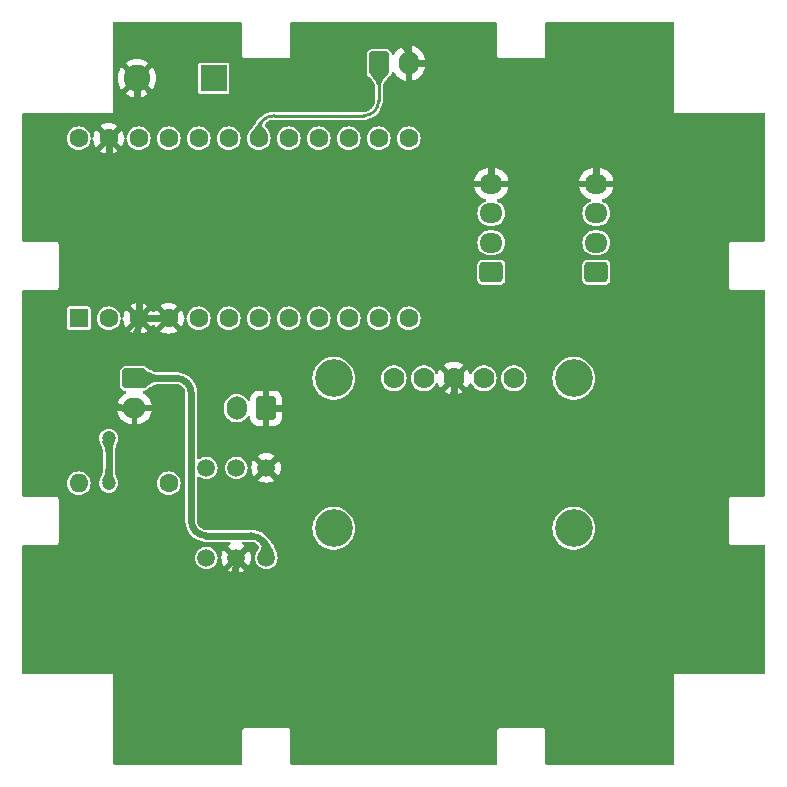
<source format=gbr>
%TF.GenerationSoftware,KiCad,Pcbnew,7.0.9*%
%TF.CreationDate,2023-12-12T22:55:11+09:00*%
%TF.ProjectId,shikisaku,7368696b-6973-4616-9b75-2e6b69636164,rev?*%
%TF.SameCoordinates,Original*%
%TF.FileFunction,Copper,L2,Bot*%
%TF.FilePolarity,Positive*%
%FSLAX46Y46*%
G04 Gerber Fmt 4.6, Leading zero omitted, Abs format (unit mm)*
G04 Created by KiCad (PCBNEW 7.0.9) date 2023-12-12 22:55:11*
%MOMM*%
%LPD*%
G01*
G04 APERTURE LIST*
G04 Aperture macros list*
%AMRoundRect*
0 Rectangle with rounded corners*
0 $1 Rounding radius*
0 $2 $3 $4 $5 $6 $7 $8 $9 X,Y pos of 4 corners*
0 Add a 4 corners polygon primitive as box body*
4,1,4,$2,$3,$4,$5,$6,$7,$8,$9,$2,$3,0*
0 Add four circle primitives for the rounded corners*
1,1,$1+$1,$2,$3*
1,1,$1+$1,$4,$5*
1,1,$1+$1,$6,$7*
1,1,$1+$1,$8,$9*
0 Add four rect primitives between the rounded corners*
20,1,$1+$1,$2,$3,$4,$5,0*
20,1,$1+$1,$4,$5,$6,$7,0*
20,1,$1+$1,$6,$7,$8,$9,0*
20,1,$1+$1,$8,$9,$2,$3,0*%
G04 Aperture macros list end*
%TA.AperFunction,ComponentPad*%
%ADD10RoundRect,0.250000X0.600000X0.750000X-0.600000X0.750000X-0.600000X-0.750000X0.600000X-0.750000X0*%
%TD*%
%TA.AperFunction,ComponentPad*%
%ADD11O,1.700000X2.000000*%
%TD*%
%TA.AperFunction,ComponentPad*%
%ADD12RoundRect,0.250000X-0.750000X0.600000X-0.750000X-0.600000X0.750000X-0.600000X0.750000X0.600000X0*%
%TD*%
%TA.AperFunction,ComponentPad*%
%ADD13O,2.000000X1.700000*%
%TD*%
%TA.AperFunction,ComponentPad*%
%ADD14R,1.600000X1.600000*%
%TD*%
%TA.AperFunction,ComponentPad*%
%ADD15C,1.600000*%
%TD*%
%TA.AperFunction,ComponentPad*%
%ADD16C,1.500000*%
%TD*%
%TA.AperFunction,ComponentPad*%
%ADD17RoundRect,0.250000X-0.600000X-0.750000X0.600000X-0.750000X0.600000X0.750000X-0.600000X0.750000X0*%
%TD*%
%TA.AperFunction,ComponentPad*%
%ADD18R,2.250000X2.250000*%
%TD*%
%TA.AperFunction,ComponentPad*%
%ADD19C,2.250000*%
%TD*%
%TA.AperFunction,ComponentPad*%
%ADD20O,1.600000X1.600000*%
%TD*%
%TA.AperFunction,ComponentPad*%
%ADD21RoundRect,0.250000X0.725000X-0.600000X0.725000X0.600000X-0.725000X0.600000X-0.725000X-0.600000X0*%
%TD*%
%TA.AperFunction,ComponentPad*%
%ADD22O,1.950000X1.700000*%
%TD*%
%TA.AperFunction,WasherPad*%
%ADD23C,3.200000*%
%TD*%
%TA.AperFunction,ComponentPad*%
%ADD24C,1.778000*%
%TD*%
%TA.AperFunction,ViaPad*%
%ADD25C,1.200000*%
%TD*%
%TA.AperFunction,Conductor*%
%ADD26C,0.600000*%
%TD*%
%TA.AperFunction,Conductor*%
%ADD27C,0.250000*%
%TD*%
G04 APERTURE END LIST*
D10*
%TO.P,SW_POWER,1,A*%
%TO.N,GND*%
X120955000Y-93020000D03*
D11*
%TO.P,SW_POWER,2,B*%
%TO.N,Net-(SW3-B)*%
X118455000Y-93020000D03*
%TD*%
D12*
%TO.P,BATT,1,+*%
%TO.N,+BATT*%
X109800000Y-90500000D03*
D13*
%TO.P,BATT,2,-*%
%TO.N,GND*%
X109800000Y-93000000D03*
%TD*%
D14*
%TO.P,U1,1,TX*%
%TO.N,LED*%
X105080000Y-85400000D03*
D15*
%TO.P,U1,2,RX*%
%TO.N,unconnected-(U1-RX-Pad2)*%
X107620000Y-85400000D03*
%TO.P,U1,3,GND*%
%TO.N,GND*%
X110160000Y-85400000D03*
%TO.P,U1,4,GND*%
X112700000Y-85400000D03*
%TO.P,U1,5,SDA*%
%TO.N,SDA*%
X115240000Y-85400000D03*
%TO.P,U1,6,SCL*%
%TO.N,SCL*%
X117780000Y-85400000D03*
%TO.P,U1,7,D4*%
%TO.N,unconnected-(U1-D4-Pad7)*%
X120320000Y-85400000D03*
%TO.P,U1,8,C6*%
%TO.N,unconnected-(U1-C6-Pad8)*%
X122860000Y-85400000D03*
%TO.P,U1,9,D7*%
%TO.N,unconnected-(U1-D7-Pad9)*%
X125400000Y-85400000D03*
%TO.P,U1,10,E6*%
%TO.N,unconnected-(U1-E6-Pad10)*%
X127940000Y-85400000D03*
%TO.P,U1,11,B4*%
%TO.N,unconnected-(U1-B4-Pad11)*%
X130480000Y-85400000D03*
%TO.P,U1,12,B5*%
%TO.N,unconnected-(U1-B5-Pad12)*%
X133020000Y-85400000D03*
%TO.P,U1,13,B6*%
%TO.N,unconnected-(U1-B6-Pad13)*%
X133020000Y-70160000D03*
%TO.P,U1,14,B2*%
%TO.N,ECHO_V*%
X130480000Y-70160000D03*
%TO.P,U1,15,B3*%
%TO.N,TRIG_V*%
X127940000Y-70160000D03*
%TO.P,U1,16,B1*%
%TO.N,ECHO_H*%
X125400000Y-70160000D03*
%TO.P,U1,17,F7*%
%TO.N,TRIG_H*%
X122860000Y-70160000D03*
%TO.P,U1,18,F6*%
%TO.N,KEY1*%
X120320000Y-70160000D03*
%TO.P,U1,19,F5*%
%TO.N,unconnected-(U1-F5-Pad19)*%
X117780000Y-70160000D03*
%TO.P,U1,20,F4*%
%TO.N,unconnected-(U1-F4-Pad20)*%
X115240000Y-70160000D03*
%TO.P,U1,21,VCC*%
%TO.N,VCC*%
X112700000Y-70160000D03*
%TO.P,U1,22,RST*%
%TO.N,RESET*%
X110160000Y-70160000D03*
%TO.P,U1,23,GND*%
%TO.N,GND*%
X107620000Y-70160000D03*
%TO.P,U1,24,RAW*%
%TO.N,+5V*%
X105080000Y-70160000D03*
%TD*%
D16*
%TO.P,U5,1,GND*%
%TO.N,GND*%
X120955000Y-98070000D03*
%TO.P,U5,2,EN*%
%TO.N,Net-(SW3-B)*%
X118415000Y-98070000D03*
%TO.P,U5,3,IN*%
%TO.N,unconnected-(U5-IN-Pad3)*%
X115875000Y-98070000D03*
%TO.P,U5,4,OUT*%
%TO.N,+5V*%
X115875000Y-105690000D03*
%TO.P,U5,5,GND*%
%TO.N,GND*%
X118415000Y-105690000D03*
%TO.P,U5,6,IN*%
%TO.N,+BATT*%
X120955000Y-105690000D03*
%TD*%
D17*
%TO.P,SW_KEY,1,1*%
%TO.N,KEY1*%
X130520000Y-63810000D03*
D11*
%TO.P,SW_KEY,2,2*%
%TO.N,GND*%
X133020000Y-63810000D03*
%TD*%
D18*
%TO.P,SW_RST,1,1*%
%TO.N,RESET*%
X116510000Y-65080000D03*
D19*
%TO.P,SW_RST,2,2*%
%TO.N,GND*%
X110010000Y-65080000D03*
%TD*%
D15*
%TO.P,R1,1*%
%TO.N,LED*%
X112700000Y-99370000D03*
D20*
%TO.P,R1,2*%
%TO.N,Net-(D1-DIN)*%
X105080000Y-99370000D03*
%TD*%
D21*
%TO.P,U3_H,1,VCC*%
%TO.N,VCC*%
X140005000Y-81510000D03*
D22*
%TO.P,U3_H,2,Trig*%
%TO.N,TRIG_H*%
X140005000Y-79010000D03*
%TO.P,U3_H,3,Echo*%
%TO.N,ECHO_H*%
X140005000Y-76510000D03*
%TO.P,U3_H,4,GND*%
%TO.N,GND*%
X140005000Y-74010000D03*
%TD*%
D21*
%TO.P,U4_V,1,VCC*%
%TO.N,VCC*%
X148895000Y-81510000D03*
D22*
%TO.P,U4_V,2,Trig*%
%TO.N,TRIG_V*%
X148895000Y-79010000D03*
%TO.P,U4_V,3,Echo*%
%TO.N,ECHO_V*%
X148895000Y-76510000D03*
%TO.P,U4_V,4,GND*%
%TO.N,GND*%
X148895000Y-74010000D03*
%TD*%
D23*
%TO.P,U2,*%
%TO.N,*%
X126670000Y-90480000D03*
X126670000Y-103180000D03*
X146990000Y-90480000D03*
X146990000Y-103180000D03*
D24*
%TO.P,U2,1,VCC*%
%TO.N,VCC*%
X131750000Y-90480000D03*
%TO.P,U2,2,3.3V*%
%TO.N,unconnected-(U2-3.3V-Pad2)*%
X134290000Y-90480000D03*
%TO.P,U2,3,GND*%
%TO.N,GND*%
X136830000Y-90480000D03*
%TO.P,U2,4,SCL*%
%TO.N,SCL*%
X139370000Y-90480000D03*
%TO.P,U2,5,SDA*%
%TO.N,SDA*%
X141910000Y-90480000D03*
%TD*%
D25*
%TO.N,GND*%
X126035000Y-61270000D03*
X148895000Y-61270000D03*
X162230000Y-86035000D03*
X137465000Y-122230000D03*
X162230000Y-107625000D03*
X101270000Y-75875000D03*
X115875000Y-122230000D03*
%TO.N,+5V*%
X107620000Y-99370000D03*
X107620000Y-95560000D03*
%TD*%
D26*
%TO.N,+BATT*%
X113335000Y-90480000D02*
X109820000Y-90480000D01*
X114605000Y-102545000D02*
X114605000Y-91750000D01*
X109820000Y-90480000D02*
X109800000Y-90500000D01*
X120955000Y-105690000D02*
X120955000Y-105112290D01*
X119657710Y-103815000D02*
X115875000Y-103815000D01*
X120955000Y-105112290D02*
G75*
G03*
X119657710Y-103815000I-1297300J-10D01*
G01*
X114605000Y-91750000D02*
G75*
G03*
X113335000Y-90480000I-1270000J0D01*
G01*
X114605000Y-102545000D02*
G75*
G03*
X115875000Y-103815000I1270000J0D01*
G01*
%TO.N,GND*%
X118415000Y-105690000D02*
X118415000Y-106355000D01*
X126035000Y-61270000D02*
X126298026Y-61533026D01*
X138735000Y-63810000D02*
X133020000Y-63810000D01*
X135553890Y-93020000D02*
X120955000Y-93020000D01*
X101270000Y-75875000D02*
X101533026Y-75611974D01*
X136830000Y-90480000D02*
X136830000Y-91743890D01*
X148895000Y-63810000D02*
X148895000Y-74010000D01*
X138735000Y-63810000D02*
X140005000Y-63810000D01*
X137465000Y-122230000D02*
X137465000Y-119690000D01*
X110010000Y-66985000D02*
X110010000Y-65080000D01*
X115875000Y-119690000D02*
X115875000Y-122230000D01*
X110010000Y-67243949D02*
X110010000Y-66985000D01*
X162230000Y-107625000D02*
X159690000Y-107625000D01*
X107620000Y-75240000D02*
X107620000Y-70160000D01*
X145193949Y-119690000D02*
X136195000Y-119690000D01*
X112700000Y-85400000D02*
X110160000Y-85400000D01*
X108890000Y-75240000D02*
X107620000Y-75240000D01*
X159690000Y-107625000D02*
X158311051Y-107625000D01*
X115875000Y-108895000D02*
X115875000Y-119690000D01*
X126035000Y-66985000D02*
X110010000Y-66985000D01*
X110160000Y-85400000D02*
X110160000Y-76510000D01*
X127305000Y-61905000D02*
X127305000Y-65715000D01*
X127305000Y-61905000D02*
X131750000Y-61905000D01*
X109780000Y-93020000D02*
X109800000Y-93000000D01*
X102431051Y-75240000D02*
X107620000Y-75240000D01*
X159690000Y-86035000D02*
X159690000Y-107625000D01*
X107620000Y-88547503D02*
X107620000Y-91750000D01*
X148895000Y-61270000D02*
X148895000Y-63810000D01*
X136195000Y-119690000D02*
X115875000Y-119690000D01*
X107620000Y-70160000D02*
X109638026Y-68141974D01*
X157413025Y-107996975D02*
X146091974Y-119318026D01*
X110160000Y-85400000D02*
X110160000Y-86007497D01*
X108890000Y-93020000D02*
X109780000Y-93020000D01*
X127196051Y-61905000D02*
X127305000Y-61905000D01*
X148895000Y-63810000D02*
X138735000Y-63810000D01*
X136195000Y-119690000D02*
X137465000Y-119690000D01*
X162230000Y-86035000D02*
X159690000Y-86035000D01*
X140005000Y-74010000D02*
X140005000Y-63810000D01*
X133020000Y-63175000D02*
X133020000Y-63810000D01*
X135553890Y-93020000D02*
G75*
G03*
X136830000Y-91743890I10J1276100D01*
G01*
X126298050Y-61533002D02*
G75*
G03*
X127196051Y-61905000I898050J898002D01*
G01*
X102431051Y-75239966D02*
G75*
G03*
X101533026Y-75611974I49J-1270034D01*
G01*
X158311051Y-107624966D02*
G75*
G03*
X157413025Y-107996975I49J-1270034D01*
G01*
X108862502Y-87305000D02*
G75*
G03*
X110160000Y-86007497I-2J1297500D01*
G01*
X107620000Y-91750000D02*
G75*
G03*
X108890000Y-93020000I1270000J0D01*
G01*
X133020000Y-63175000D02*
G75*
G03*
X131750000Y-61905000I-1270000J0D01*
G01*
X145193949Y-119690034D02*
G75*
G03*
X146091974Y-119318026I-49J1270034D01*
G01*
X117145000Y-107625000D02*
G75*
G03*
X118415000Y-106355000I0J1270000D01*
G01*
X110160000Y-76510000D02*
G75*
G03*
X108890000Y-75240000I-1270000J0D01*
G01*
X108862502Y-87305000D02*
G75*
G03*
X107620000Y-88547503I-2J-1242500D01*
G01*
X117145000Y-107625000D02*
G75*
G03*
X115875000Y-108895000I0J-1270000D01*
G01*
X126035000Y-66985000D02*
G75*
G03*
X127305000Y-65715000I0J1270000D01*
G01*
X109638002Y-68141950D02*
G75*
G03*
X110010000Y-67243949I-898002J898050D01*
G01*
D27*
%TO.N,KEY1*%
X130480000Y-63850000D02*
X130520000Y-63810000D01*
X120320000Y-70160000D02*
X120320000Y-69525000D01*
X130480000Y-66985000D02*
X130480000Y-63850000D01*
X121590000Y-68255000D02*
X129210000Y-68255000D01*
X121590000Y-68255000D02*
G75*
G03*
X120320000Y-69525000I0J-1270000D01*
G01*
X129210000Y-68255000D02*
G75*
G03*
X130480000Y-66985000I0J1270000D01*
G01*
D26*
%TO.N,+5V*%
X107620000Y-99370000D02*
X107620000Y-95560000D01*
%TD*%
%TA.AperFunction,Conductor*%
%TO.N,GND*%
G36*
X118846621Y-60320502D02*
G01*
X118893114Y-60374158D01*
X118904500Y-60426500D01*
X118904500Y-63040507D01*
X118901514Y-63061911D01*
X118900598Y-63071792D01*
X118902841Y-63095997D01*
X118904231Y-63110994D01*
X118904500Y-63116799D01*
X118904500Y-63127846D01*
X118906529Y-63138706D01*
X118907332Y-63144463D01*
X118910964Y-63183661D01*
X118913666Y-63193157D01*
X118916363Y-63201204D01*
X118919940Y-63210435D01*
X118940660Y-63243900D01*
X118943493Y-63248985D01*
X118961041Y-63284226D01*
X118961042Y-63284228D01*
X118961043Y-63284229D01*
X118967034Y-63292161D01*
X118972397Y-63298621D01*
X118979081Y-63305952D01*
X119010503Y-63329680D01*
X119014967Y-63333388D01*
X119044067Y-63359916D01*
X119044068Y-63359916D01*
X119052517Y-63365147D01*
X119059832Y-63369222D01*
X119068734Y-63373654D01*
X119068736Y-63373656D01*
X119085947Y-63378552D01*
X119106600Y-63384429D01*
X119112110Y-63386275D01*
X119148827Y-63400500D01*
X119148830Y-63400501D01*
X119158572Y-63402322D01*
X119166911Y-63403485D01*
X119176791Y-63404401D01*
X119176792Y-63404400D01*
X119176793Y-63404401D01*
X119186678Y-63403485D01*
X119215995Y-63400769D01*
X119221811Y-63400500D01*
X122645507Y-63400500D01*
X122666911Y-63403485D01*
X122676791Y-63404401D01*
X122676792Y-63404400D01*
X122676793Y-63404401D01*
X122686678Y-63403485D01*
X122715995Y-63400769D01*
X122721811Y-63400500D01*
X122732842Y-63400500D01*
X122732844Y-63400500D01*
X122743688Y-63398472D01*
X122749445Y-63397668D01*
X122788660Y-63394035D01*
X122788663Y-63394033D01*
X122798231Y-63391311D01*
X122806142Y-63388659D01*
X122815424Y-63385062D01*
X122815433Y-63385061D01*
X122848913Y-63364330D01*
X122853974Y-63361511D01*
X122889228Y-63343958D01*
X122889230Y-63343954D01*
X122897193Y-63337942D01*
X122903585Y-63332633D01*
X122910947Y-63325922D01*
X122910946Y-63325922D01*
X122910952Y-63325919D01*
X122934687Y-63294486D01*
X122938381Y-63290038D01*
X122964916Y-63260933D01*
X122964917Y-63260930D01*
X122970161Y-63252461D01*
X122974205Y-63245201D01*
X122978653Y-63236267D01*
X122978656Y-63236264D01*
X122989428Y-63198399D01*
X122991277Y-63192884D01*
X123005499Y-63156176D01*
X123007325Y-63146403D01*
X123008485Y-63138091D01*
X123009401Y-63128207D01*
X123005769Y-63089003D01*
X123005500Y-63083188D01*
X123005500Y-60426500D01*
X123025502Y-60358379D01*
X123079158Y-60311886D01*
X123131500Y-60300500D01*
X140368500Y-60300500D01*
X140436621Y-60320502D01*
X140483114Y-60374158D01*
X140494500Y-60426500D01*
X140494500Y-63040507D01*
X140491514Y-63061911D01*
X140490598Y-63071792D01*
X140492841Y-63095997D01*
X140494231Y-63110994D01*
X140494500Y-63116799D01*
X140494500Y-63127846D01*
X140496529Y-63138706D01*
X140497332Y-63144463D01*
X140500964Y-63183661D01*
X140503666Y-63193157D01*
X140506363Y-63201204D01*
X140509940Y-63210435D01*
X140530660Y-63243900D01*
X140533493Y-63248985D01*
X140551041Y-63284226D01*
X140551042Y-63284228D01*
X140551043Y-63284229D01*
X140557034Y-63292161D01*
X140562397Y-63298621D01*
X140569081Y-63305952D01*
X140600503Y-63329680D01*
X140604967Y-63333388D01*
X140634067Y-63359916D01*
X140634068Y-63359916D01*
X140642517Y-63365147D01*
X140649832Y-63369222D01*
X140658734Y-63373654D01*
X140658736Y-63373656D01*
X140675947Y-63378552D01*
X140696600Y-63384429D01*
X140702110Y-63386275D01*
X140738827Y-63400500D01*
X140738830Y-63400501D01*
X140748572Y-63402322D01*
X140756911Y-63403485D01*
X140766791Y-63404401D01*
X140766792Y-63404400D01*
X140766793Y-63404401D01*
X140776678Y-63403485D01*
X140805995Y-63400769D01*
X140811811Y-63400500D01*
X144235507Y-63400500D01*
X144256911Y-63403485D01*
X144266791Y-63404401D01*
X144266792Y-63404400D01*
X144266793Y-63404401D01*
X144276678Y-63403485D01*
X144305995Y-63400769D01*
X144311811Y-63400500D01*
X144322842Y-63400500D01*
X144322844Y-63400500D01*
X144333688Y-63398472D01*
X144339445Y-63397668D01*
X144378660Y-63394035D01*
X144378663Y-63394033D01*
X144388231Y-63391311D01*
X144396142Y-63388659D01*
X144405424Y-63385062D01*
X144405433Y-63385061D01*
X144438913Y-63364330D01*
X144443974Y-63361511D01*
X144479228Y-63343958D01*
X144479230Y-63343954D01*
X144487193Y-63337942D01*
X144493585Y-63332633D01*
X144500947Y-63325922D01*
X144500946Y-63325922D01*
X144500952Y-63325919D01*
X144524687Y-63294486D01*
X144528381Y-63290038D01*
X144554916Y-63260933D01*
X144554917Y-63260930D01*
X144560161Y-63252461D01*
X144564205Y-63245201D01*
X144568653Y-63236267D01*
X144568656Y-63236264D01*
X144579428Y-63198399D01*
X144581277Y-63192884D01*
X144595499Y-63156176D01*
X144597325Y-63146403D01*
X144598485Y-63138091D01*
X144599401Y-63128207D01*
X144595769Y-63089003D01*
X144595500Y-63083188D01*
X144595500Y-60426500D01*
X144615502Y-60358379D01*
X144669158Y-60311886D01*
X144721500Y-60300500D01*
X155374000Y-60300500D01*
X155442121Y-60320502D01*
X155488614Y-60374158D01*
X155500000Y-60426500D01*
X155500000Y-68000000D01*
X163073500Y-68000000D01*
X163141621Y-68020002D01*
X163188114Y-68073658D01*
X163199500Y-68126000D01*
X163199500Y-78778500D01*
X163179498Y-78846621D01*
X163125842Y-78893114D01*
X163073500Y-78904500D01*
X160459493Y-78904500D01*
X160438088Y-78901514D01*
X160428208Y-78900598D01*
X160389005Y-78904231D01*
X160383189Y-78904500D01*
X160372153Y-78904500D01*
X160361293Y-78906529D01*
X160355535Y-78907332D01*
X160316340Y-78910964D01*
X160306848Y-78913665D01*
X160298777Y-78916370D01*
X160289567Y-78919938D01*
X160256098Y-78940660D01*
X160251015Y-78943492D01*
X160215773Y-78961040D01*
X160207867Y-78967010D01*
X160201364Y-78972410D01*
X160194046Y-78979082D01*
X160170327Y-79010491D01*
X160166610Y-79014968D01*
X160140083Y-79044068D01*
X160134888Y-79052457D01*
X160130749Y-79059887D01*
X160126343Y-79068737D01*
X160115569Y-79106602D01*
X160113720Y-79112118D01*
X160099499Y-79148827D01*
X160097676Y-79158580D01*
X160096514Y-79166911D01*
X160095598Y-79176792D01*
X160097841Y-79200997D01*
X160099231Y-79215994D01*
X160099500Y-79221799D01*
X160099500Y-82645507D01*
X160096514Y-82666911D01*
X160095598Y-82676792D01*
X160097841Y-82700997D01*
X160099231Y-82715994D01*
X160099500Y-82721799D01*
X160099500Y-82732846D01*
X160101529Y-82743706D01*
X160102332Y-82749463D01*
X160105964Y-82788661D01*
X160108666Y-82798157D01*
X160111363Y-82806204D01*
X160114940Y-82815435D01*
X160135660Y-82848900D01*
X160138493Y-82853985D01*
X160156041Y-82889226D01*
X160156042Y-82889228D01*
X160156043Y-82889229D01*
X160162034Y-82897161D01*
X160167397Y-82903621D01*
X160174081Y-82910952D01*
X160205503Y-82934680D01*
X160209967Y-82938388D01*
X160239067Y-82964916D01*
X160239068Y-82964916D01*
X160247517Y-82970147D01*
X160254832Y-82974222D01*
X160263734Y-82978654D01*
X160263736Y-82978656D01*
X160280947Y-82983552D01*
X160301600Y-82989429D01*
X160307110Y-82991275D01*
X160343827Y-83005500D01*
X160343830Y-83005501D01*
X160353572Y-83007322D01*
X160361911Y-83008485D01*
X160371791Y-83009401D01*
X160371792Y-83009400D01*
X160371793Y-83009401D01*
X160381678Y-83008485D01*
X160410995Y-83005769D01*
X160416811Y-83005500D01*
X163073500Y-83005500D01*
X163141621Y-83025502D01*
X163188114Y-83079158D01*
X163199500Y-83131500D01*
X163199500Y-100368500D01*
X163179498Y-100436621D01*
X163125842Y-100483114D01*
X163073500Y-100494500D01*
X160459493Y-100494500D01*
X160438088Y-100491514D01*
X160428208Y-100490598D01*
X160389005Y-100494231D01*
X160383189Y-100494500D01*
X160372153Y-100494500D01*
X160361293Y-100496529D01*
X160355535Y-100497332D01*
X160316340Y-100500964D01*
X160306848Y-100503665D01*
X160298777Y-100506370D01*
X160289567Y-100509938D01*
X160256098Y-100530660D01*
X160251015Y-100533492D01*
X160215773Y-100551040D01*
X160207867Y-100557010D01*
X160201364Y-100562410D01*
X160194046Y-100569082D01*
X160170327Y-100600491D01*
X160166610Y-100604968D01*
X160140083Y-100634068D01*
X160134888Y-100642457D01*
X160130749Y-100649887D01*
X160126343Y-100658737D01*
X160115569Y-100696602D01*
X160113720Y-100702118D01*
X160099499Y-100738827D01*
X160097676Y-100748580D01*
X160096514Y-100756911D01*
X160095598Y-100766792D01*
X160097841Y-100790997D01*
X160099231Y-100805994D01*
X160099500Y-100811799D01*
X160099500Y-104235507D01*
X160096514Y-104256911D01*
X160095598Y-104266792D01*
X160097841Y-104290997D01*
X160099231Y-104305994D01*
X160099500Y-104311799D01*
X160099500Y-104322846D01*
X160101529Y-104333706D01*
X160102332Y-104339463D01*
X160105964Y-104378661D01*
X160108666Y-104388157D01*
X160111363Y-104396204D01*
X160114940Y-104405435D01*
X160135660Y-104438900D01*
X160138493Y-104443985D01*
X160145302Y-104457659D01*
X160156042Y-104479228D01*
X160156043Y-104479229D01*
X160162034Y-104487161D01*
X160167397Y-104493621D01*
X160174081Y-104500952D01*
X160205503Y-104524680D01*
X160209967Y-104528388D01*
X160239067Y-104554916D01*
X160239068Y-104554916D01*
X160247517Y-104560147D01*
X160254832Y-104564222D01*
X160263734Y-104568654D01*
X160263736Y-104568656D01*
X160280947Y-104573552D01*
X160301600Y-104579429D01*
X160307110Y-104581275D01*
X160343827Y-104595500D01*
X160343830Y-104595501D01*
X160353572Y-104597322D01*
X160361911Y-104598485D01*
X160371791Y-104599401D01*
X160371792Y-104599400D01*
X160371793Y-104599401D01*
X160381678Y-104598485D01*
X160410995Y-104595769D01*
X160416811Y-104595500D01*
X163073500Y-104595500D01*
X163141621Y-104615502D01*
X163188114Y-104669158D01*
X163199500Y-104721500D01*
X163199500Y-115374000D01*
X163179498Y-115442121D01*
X163125842Y-115488614D01*
X163073500Y-115500000D01*
X155500000Y-115500000D01*
X155500000Y-123073500D01*
X155479998Y-123141621D01*
X155426342Y-123188114D01*
X155374000Y-123199500D01*
X144721500Y-123199500D01*
X144653379Y-123179498D01*
X144606886Y-123125842D01*
X144595500Y-123073500D01*
X144595500Y-120459494D01*
X144598485Y-120438091D01*
X144599401Y-120428207D01*
X144595769Y-120389003D01*
X144595500Y-120383188D01*
X144595500Y-120372159D01*
X144595499Y-120372151D01*
X144595432Y-120371792D01*
X144593469Y-120361297D01*
X144592669Y-120355562D01*
X144589035Y-120316340D01*
X144589032Y-120316335D01*
X144586314Y-120306777D01*
X144583654Y-120298843D01*
X144580061Y-120289568D01*
X144580061Y-120289567D01*
X144559329Y-120256084D01*
X144556511Y-120251025D01*
X144538958Y-120215772D01*
X144538957Y-120215769D01*
X144532978Y-120207851D01*
X144527613Y-120201390D01*
X144520920Y-120194049D01*
X144489499Y-120170321D01*
X144485030Y-120166610D01*
X144455933Y-120140084D01*
X144455932Y-120140083D01*
X144447495Y-120134859D01*
X144440164Y-120130776D01*
X144431263Y-120126343D01*
X144393404Y-120115571D01*
X144387886Y-120113722D01*
X144367859Y-120105964D01*
X144351173Y-120099500D01*
X144351172Y-120099500D01*
X144351169Y-120099499D01*
X144341423Y-120097677D01*
X144333088Y-120096514D01*
X144323208Y-120095598D01*
X144284005Y-120099231D01*
X144278189Y-120099500D01*
X140854493Y-120099500D01*
X140833088Y-120096514D01*
X140823208Y-120095598D01*
X140784005Y-120099231D01*
X140778189Y-120099500D01*
X140767153Y-120099500D01*
X140756293Y-120101529D01*
X140750535Y-120102332D01*
X140711340Y-120105964D01*
X140701848Y-120108665D01*
X140693777Y-120111370D01*
X140684567Y-120114938D01*
X140651098Y-120135660D01*
X140646015Y-120138492D01*
X140610773Y-120156040D01*
X140602867Y-120162010D01*
X140596364Y-120167410D01*
X140589046Y-120174082D01*
X140565327Y-120205491D01*
X140561610Y-120209968D01*
X140535083Y-120239068D01*
X140529888Y-120247457D01*
X140525749Y-120254887D01*
X140521343Y-120263737D01*
X140510569Y-120301602D01*
X140508720Y-120307118D01*
X140494499Y-120343827D01*
X140492676Y-120353580D01*
X140491514Y-120361911D01*
X140490598Y-120371792D01*
X140492841Y-120395997D01*
X140494231Y-120410994D01*
X140494500Y-120416799D01*
X140494500Y-123073500D01*
X140474498Y-123141621D01*
X140420842Y-123188114D01*
X140368500Y-123199500D01*
X123131500Y-123199500D01*
X123063379Y-123179498D01*
X123016886Y-123125842D01*
X123005500Y-123073500D01*
X123005500Y-120459494D01*
X123008485Y-120438091D01*
X123009401Y-120428207D01*
X123005769Y-120389003D01*
X123005500Y-120383188D01*
X123005500Y-120372159D01*
X123005499Y-120372151D01*
X123005432Y-120371792D01*
X123003469Y-120361297D01*
X123002669Y-120355562D01*
X122999035Y-120316340D01*
X122999032Y-120316335D01*
X122996314Y-120306777D01*
X122993654Y-120298843D01*
X122990061Y-120289568D01*
X122990061Y-120289567D01*
X122969329Y-120256084D01*
X122966511Y-120251025D01*
X122948958Y-120215772D01*
X122948957Y-120215769D01*
X122942978Y-120207851D01*
X122937613Y-120201390D01*
X122930920Y-120194049D01*
X122899499Y-120170321D01*
X122895030Y-120166610D01*
X122865933Y-120140084D01*
X122865932Y-120140083D01*
X122857495Y-120134859D01*
X122850164Y-120130776D01*
X122841263Y-120126343D01*
X122803404Y-120115571D01*
X122797886Y-120113722D01*
X122777859Y-120105964D01*
X122761173Y-120099500D01*
X122761172Y-120099500D01*
X122761169Y-120099499D01*
X122751423Y-120097677D01*
X122743088Y-120096514D01*
X122733208Y-120095598D01*
X122694005Y-120099231D01*
X122688189Y-120099500D01*
X119264493Y-120099500D01*
X119243088Y-120096514D01*
X119233208Y-120095598D01*
X119194005Y-120099231D01*
X119188189Y-120099500D01*
X119177153Y-120099500D01*
X119166293Y-120101529D01*
X119160535Y-120102332D01*
X119121340Y-120105964D01*
X119111848Y-120108665D01*
X119103777Y-120111370D01*
X119094567Y-120114938D01*
X119061098Y-120135660D01*
X119056015Y-120138492D01*
X119020773Y-120156040D01*
X119012867Y-120162010D01*
X119006364Y-120167410D01*
X118999046Y-120174082D01*
X118975327Y-120205491D01*
X118971610Y-120209968D01*
X118945083Y-120239068D01*
X118939888Y-120247457D01*
X118935749Y-120254887D01*
X118931343Y-120263737D01*
X118920569Y-120301602D01*
X118918720Y-120307118D01*
X118904499Y-120343827D01*
X118902676Y-120353580D01*
X118901514Y-120361911D01*
X118900598Y-120371792D01*
X118902841Y-120395997D01*
X118904231Y-120410994D01*
X118904500Y-120416799D01*
X118904500Y-123073500D01*
X118884498Y-123141621D01*
X118830842Y-123188114D01*
X118778500Y-123199500D01*
X108126000Y-123199500D01*
X108057879Y-123179498D01*
X108011386Y-123125842D01*
X108000000Y-123073500D01*
X108000000Y-115500000D01*
X100426500Y-115500000D01*
X100358379Y-115479998D01*
X100311886Y-115426342D01*
X100300500Y-115374000D01*
X100300500Y-105690003D01*
X114919901Y-105690003D01*
X114938251Y-105876323D01*
X114938253Y-105876334D01*
X114992601Y-106055496D01*
X114992603Y-106055500D01*
X115037769Y-106140000D01*
X115080864Y-106220625D01*
X115199643Y-106365357D01*
X115344375Y-106484136D01*
X115509499Y-106572396D01*
X115509503Y-106572398D01*
X115688665Y-106626746D01*
X115688666Y-106626746D01*
X115688669Y-106626747D01*
X115688672Y-106626747D01*
X115688676Y-106626748D01*
X115874997Y-106645099D01*
X115875000Y-106645099D01*
X115875003Y-106645099D01*
X116061323Y-106626748D01*
X116061325Y-106626747D01*
X116061331Y-106626747D01*
X116089449Y-106618217D01*
X116240496Y-106572398D01*
X116240498Y-106572396D01*
X116240501Y-106572396D01*
X116405625Y-106484136D01*
X116550357Y-106365357D01*
X116669136Y-106220625D01*
X116757396Y-106055501D01*
X116761021Y-106043553D01*
X116811746Y-105876334D01*
X116811748Y-105876323D01*
X116830099Y-105690003D01*
X116830099Y-105689996D01*
X116811748Y-105503676D01*
X116811746Y-105503665D01*
X116757398Y-105324503D01*
X116757396Y-105324499D01*
X116720320Y-105255135D01*
X116669136Y-105159375D01*
X116550357Y-105014643D01*
X116405625Y-104895864D01*
X116339914Y-104860741D01*
X116240500Y-104807603D01*
X116240496Y-104807601D01*
X116061334Y-104753253D01*
X116061323Y-104753251D01*
X115875003Y-104734901D01*
X115874997Y-104734901D01*
X115688676Y-104753251D01*
X115688665Y-104753253D01*
X115509503Y-104807601D01*
X115509499Y-104807603D01*
X115344374Y-104895864D01*
X115199643Y-105014643D01*
X115080864Y-105159374D01*
X114992603Y-105324499D01*
X114992601Y-105324503D01*
X114938253Y-105503665D01*
X114938251Y-105503676D01*
X114919901Y-105689996D01*
X114919901Y-105690003D01*
X100300500Y-105690003D01*
X100300500Y-104721500D01*
X100320502Y-104653379D01*
X100374158Y-104606886D01*
X100426500Y-104595500D01*
X103040507Y-104595500D01*
X103061911Y-104598485D01*
X103071791Y-104599401D01*
X103071792Y-104599400D01*
X103071793Y-104599401D01*
X103081678Y-104598485D01*
X103110995Y-104595769D01*
X103116811Y-104595500D01*
X103127842Y-104595500D01*
X103127844Y-104595500D01*
X103138688Y-104593472D01*
X103144445Y-104592668D01*
X103183660Y-104589035D01*
X103183663Y-104589033D01*
X103193231Y-104586311D01*
X103201142Y-104583659D01*
X103210424Y-104580062D01*
X103210433Y-104580061D01*
X103243913Y-104559330D01*
X103248974Y-104556511D01*
X103284228Y-104538958D01*
X103284230Y-104538954D01*
X103292193Y-104532942D01*
X103298585Y-104527633D01*
X103305947Y-104520922D01*
X103305946Y-104520922D01*
X103305952Y-104520919D01*
X103329687Y-104489486D01*
X103333381Y-104485038D01*
X103359916Y-104455933D01*
X103359917Y-104455930D01*
X103365161Y-104447461D01*
X103369205Y-104440201D01*
X103373653Y-104431267D01*
X103373656Y-104431264D01*
X103384428Y-104393399D01*
X103386277Y-104387884D01*
X103400499Y-104351176D01*
X103402325Y-104341403D01*
X103403485Y-104333091D01*
X103404401Y-104323207D01*
X103400769Y-104284003D01*
X103400500Y-104278188D01*
X103400500Y-100854494D01*
X103403485Y-100833091D01*
X103404401Y-100823207D01*
X103400769Y-100784003D01*
X103400500Y-100778188D01*
X103400500Y-100767159D01*
X103400499Y-100767151D01*
X103400432Y-100766792D01*
X103398469Y-100756297D01*
X103397669Y-100750562D01*
X103394035Y-100711340D01*
X103394032Y-100711335D01*
X103391314Y-100701777D01*
X103388654Y-100693843D01*
X103385061Y-100684568D01*
X103385061Y-100684567D01*
X103364329Y-100651084D01*
X103361511Y-100646025D01*
X103343958Y-100610772D01*
X103343957Y-100610769D01*
X103337978Y-100602851D01*
X103332613Y-100596390D01*
X103325920Y-100589049D01*
X103294499Y-100565321D01*
X103290030Y-100561610D01*
X103260933Y-100535084D01*
X103260932Y-100535083D01*
X103252495Y-100529859D01*
X103245164Y-100525776D01*
X103236263Y-100521343D01*
X103198404Y-100510571D01*
X103192886Y-100508722D01*
X103172859Y-100500964D01*
X103156173Y-100494500D01*
X103156172Y-100494500D01*
X103156169Y-100494499D01*
X103146423Y-100492677D01*
X103138088Y-100491514D01*
X103128208Y-100490598D01*
X103089005Y-100494231D01*
X103083189Y-100494500D01*
X100426500Y-100494500D01*
X100358379Y-100474498D01*
X100311886Y-100420842D01*
X100300500Y-100368500D01*
X100300500Y-99370003D01*
X104074659Y-99370003D01*
X104093974Y-99566124D01*
X104093974Y-99566126D01*
X104151186Y-99754728D01*
X104214009Y-99872260D01*
X104244090Y-99928538D01*
X104369117Y-100080883D01*
X104521462Y-100205910D01*
X104695273Y-100298814D01*
X104883868Y-100356024D01*
X104883872Y-100356024D01*
X104883874Y-100356025D01*
X105079997Y-100375341D01*
X105080000Y-100375341D01*
X105080003Y-100375341D01*
X105276124Y-100356025D01*
X105276126Y-100356025D01*
X105276127Y-100356024D01*
X105276132Y-100356024D01*
X105464727Y-100298814D01*
X105638538Y-100205910D01*
X105790883Y-100080883D01*
X105915910Y-99928538D01*
X106008814Y-99754727D01*
X106066024Y-99566132D01*
X106085341Y-99370000D01*
X106814435Y-99370000D01*
X106834632Y-99549255D01*
X106840538Y-99566132D01*
X106894211Y-99719522D01*
X106894212Y-99719525D01*
X106990182Y-99872260D01*
X106990183Y-99872262D01*
X107117737Y-99999816D01*
X107117739Y-99999817D01*
X107270474Y-100095787D01*
X107270475Y-100095787D01*
X107270478Y-100095789D01*
X107440745Y-100155368D01*
X107620000Y-100175565D01*
X107799255Y-100155368D01*
X107969522Y-100095789D01*
X108122262Y-99999816D01*
X108249816Y-99872262D01*
X108345789Y-99719522D01*
X108405368Y-99549255D01*
X108425565Y-99370003D01*
X111694659Y-99370003D01*
X111713974Y-99566124D01*
X111713974Y-99566126D01*
X111771186Y-99754728D01*
X111834009Y-99872260D01*
X111864090Y-99928538D01*
X111989117Y-100080883D01*
X112141462Y-100205910D01*
X112315273Y-100298814D01*
X112503868Y-100356024D01*
X112503872Y-100356024D01*
X112503874Y-100356025D01*
X112699997Y-100375341D01*
X112700000Y-100375341D01*
X112700003Y-100375341D01*
X112896124Y-100356025D01*
X112896126Y-100356025D01*
X112896127Y-100356024D01*
X112896132Y-100356024D01*
X113084727Y-100298814D01*
X113258538Y-100205910D01*
X113410883Y-100080883D01*
X113535910Y-99928538D01*
X113628814Y-99754727D01*
X113686024Y-99566132D01*
X113705341Y-99370000D01*
X113699009Y-99305711D01*
X113686025Y-99173875D01*
X113686025Y-99173873D01*
X113686024Y-99173870D01*
X113686024Y-99173868D01*
X113628814Y-98985273D01*
X113535910Y-98811462D01*
X113410883Y-98659117D01*
X113258538Y-98534090D01*
X113084728Y-98441186D01*
X112938598Y-98396858D01*
X112896132Y-98383976D01*
X112896131Y-98383975D01*
X112896125Y-98383974D01*
X112700003Y-98364659D01*
X112699997Y-98364659D01*
X112503875Y-98383974D01*
X112503873Y-98383974D01*
X112315271Y-98441186D01*
X112141461Y-98534090D01*
X111989117Y-98659117D01*
X111864090Y-98811461D01*
X111771186Y-98985271D01*
X111713974Y-99173873D01*
X111713974Y-99173875D01*
X111694659Y-99369996D01*
X111694659Y-99370003D01*
X108425565Y-99370003D01*
X108425565Y-99370000D01*
X108405368Y-99190745D01*
X108363929Y-99072322D01*
X108361820Y-99064842D01*
X108361434Y-99063063D01*
X108358100Y-99047658D01*
X108262680Y-98827858D01*
X108233050Y-98759571D01*
X108195672Y-98673427D01*
X108193484Y-98667618D01*
X108171959Y-98600625D01*
X108158162Y-98557684D01*
X108153504Y-98537743D01*
X108133569Y-98404114D01*
X108132914Y-98396858D01*
X108128387Y-98256334D01*
X108125758Y-98174706D01*
X108123549Y-98164853D01*
X108120500Y-98137301D01*
X108120500Y-96792355D01*
X108123777Y-96763805D01*
X108125758Y-96755293D01*
X108132913Y-96533141D01*
X108133568Y-96525892D01*
X108153503Y-96392254D01*
X108158158Y-96372326D01*
X108193485Y-96262373D01*
X108195664Y-96256589D01*
X108262681Y-96102139D01*
X108318927Y-95972570D01*
X108358170Y-95882174D01*
X108361472Y-95866334D01*
X108363674Y-95858406D01*
X108405368Y-95739255D01*
X108425565Y-95560000D01*
X108405368Y-95380745D01*
X108345789Y-95210478D01*
X108345787Y-95210475D01*
X108345787Y-95210474D01*
X108249817Y-95057739D01*
X108249816Y-95057737D01*
X108122262Y-94930183D01*
X108122260Y-94930182D01*
X107969525Y-94834212D01*
X107969522Y-94834211D01*
X107799255Y-94774632D01*
X107620000Y-94754435D01*
X107440745Y-94774632D01*
X107440742Y-94774632D01*
X107440742Y-94774633D01*
X107270477Y-94834211D01*
X107270474Y-94834212D01*
X107117739Y-94930182D01*
X107117737Y-94930183D01*
X106990183Y-95057737D01*
X106990182Y-95057739D01*
X106894212Y-95210474D01*
X106894211Y-95210477D01*
X106894211Y-95210478D01*
X106834632Y-95380745D01*
X106814435Y-95560000D01*
X106834632Y-95739255D01*
X106834633Y-95739257D01*
X106876067Y-95857669D01*
X106878177Y-95865153D01*
X106881896Y-95882331D01*
X106881897Y-95882335D01*
X106977318Y-96102141D01*
X107044330Y-96256580D01*
X107046518Y-96262390D01*
X107081833Y-96372307D01*
X107086494Y-96392259D01*
X107106426Y-96525870D01*
X107107083Y-96533142D01*
X107114242Y-96755297D01*
X107114243Y-96755300D01*
X107116449Y-96765140D01*
X107119500Y-96792700D01*
X107119500Y-98137640D01*
X107116222Y-98166194D01*
X107114243Y-98174697D01*
X107114242Y-98174704D01*
X107107083Y-98396853D01*
X107106426Y-98404125D01*
X107086493Y-98537739D01*
X107081833Y-98557690D01*
X107046518Y-98667606D01*
X107044331Y-98673415D01*
X106977318Y-98827859D01*
X106881829Y-99047821D01*
X106878523Y-99063672D01*
X106876313Y-99071625D01*
X106834631Y-99190746D01*
X106814435Y-99369996D01*
X106814435Y-99370000D01*
X106085341Y-99370000D01*
X106079009Y-99305711D01*
X106066025Y-99173875D01*
X106066025Y-99173873D01*
X106066024Y-99173870D01*
X106066024Y-99173868D01*
X106008814Y-98985273D01*
X105915910Y-98811462D01*
X105790883Y-98659117D01*
X105638538Y-98534090D01*
X105464728Y-98441186D01*
X105318598Y-98396858D01*
X105276132Y-98383976D01*
X105276131Y-98383975D01*
X105276125Y-98383974D01*
X105080003Y-98364659D01*
X105079997Y-98364659D01*
X104883875Y-98383974D01*
X104883873Y-98383974D01*
X104695271Y-98441186D01*
X104521461Y-98534090D01*
X104369117Y-98659117D01*
X104244090Y-98811461D01*
X104151186Y-98985271D01*
X104093974Y-99173873D01*
X104093974Y-99173875D01*
X104074659Y-99369996D01*
X104074659Y-99370003D01*
X100300500Y-99370003D01*
X100300500Y-92750000D01*
X108319363Y-92750000D01*
X109366314Y-92750000D01*
X109340507Y-92790156D01*
X109300000Y-92928111D01*
X109300000Y-93071889D01*
X109340507Y-93209844D01*
X109366314Y-93250000D01*
X108319364Y-93250000D01*
X108376568Y-93463488D01*
X108376570Y-93463493D01*
X108476400Y-93677578D01*
X108611887Y-93871074D01*
X108611892Y-93871080D01*
X108778919Y-94038107D01*
X108778925Y-94038112D01*
X108972421Y-94173599D01*
X109186506Y-94273429D01*
X109186510Y-94273431D01*
X109414680Y-94334568D01*
X109550000Y-94346407D01*
X109550000Y-93435501D01*
X109657685Y-93484680D01*
X109764237Y-93500000D01*
X109835763Y-93500000D01*
X109942315Y-93484680D01*
X110050000Y-93435501D01*
X110050000Y-94346407D01*
X110185319Y-94334568D01*
X110413489Y-94273431D01*
X110413493Y-94273429D01*
X110627578Y-94173599D01*
X110821074Y-94038112D01*
X110988111Y-93871076D01*
X110988113Y-93871073D01*
X111123599Y-93677579D01*
X111123600Y-93677577D01*
X111223429Y-93463493D01*
X111223431Y-93463488D01*
X111280636Y-93250000D01*
X110233686Y-93250000D01*
X110259493Y-93209844D01*
X110300000Y-93071889D01*
X110300000Y-92928111D01*
X110259493Y-92790156D01*
X110233686Y-92750000D01*
X111280636Y-92750000D01*
X111223431Y-92536511D01*
X111223429Y-92536506D01*
X111123599Y-92322421D01*
X110988112Y-92128925D01*
X110988107Y-92128919D01*
X110821080Y-91961892D01*
X110821074Y-91961887D01*
X110627578Y-91826400D01*
X110551009Y-91790695D01*
X110497724Y-91743777D01*
X110478263Y-91675500D01*
X110498805Y-91607540D01*
X110552828Y-91561475D01*
X110601354Y-91551119D01*
X110601343Y-91550890D01*
X110601333Y-91550775D01*
X110601338Y-91550774D01*
X110601332Y-91550637D01*
X110604257Y-91550500D01*
X110604264Y-91550500D01*
X110604266Y-91550500D01*
X110634699Y-91547646D01*
X110704153Y-91523342D01*
X110711338Y-91521308D01*
X110711422Y-91521279D01*
X110711425Y-91521279D01*
X110719904Y-91518400D01*
X110719917Y-91518392D01*
X110722843Y-91517067D01*
X110728041Y-91514983D01*
X110762882Y-91502793D01*
X110872150Y-91422150D01*
X110898592Y-91386321D01*
X110916872Y-91366432D01*
X110971883Y-91318177D01*
X110976830Y-91314259D01*
X111153824Y-91188084D01*
X111160079Y-91184158D01*
X111331220Y-91090271D01*
X111338910Y-91086704D01*
X111499554Y-91024967D01*
X111517653Y-91019532D01*
X111633391Y-90994069D01*
X111681691Y-90983443D01*
X111708764Y-90980500D01*
X113269108Y-90980500D01*
X113331906Y-90980500D01*
X113338085Y-90980804D01*
X113364486Y-90983404D01*
X113472778Y-90994070D01*
X113496992Y-90998886D01*
X113617599Y-91035472D01*
X113640416Y-91044923D01*
X113718575Y-91086700D01*
X113751565Y-91104333D01*
X113772101Y-91118054D01*
X113869527Y-91198009D01*
X113886992Y-91215474D01*
X113966944Y-91312897D01*
X113980666Y-91333434D01*
X114040075Y-91444581D01*
X114049527Y-91467401D01*
X114086111Y-91588001D01*
X114090930Y-91612226D01*
X114104196Y-91746915D01*
X114104500Y-91753094D01*
X114104500Y-102479108D01*
X114104500Y-102545000D01*
X114104500Y-102671629D01*
X114130206Y-102850418D01*
X114140542Y-102922309D01*
X114140544Y-102922316D01*
X114211892Y-103165306D01*
X114317100Y-103395679D01*
X114351434Y-103449103D01*
X114454021Y-103608732D01*
X114619869Y-103800131D01*
X114811268Y-103965979D01*
X115024322Y-104102900D01*
X115254693Y-104208107D01*
X115497692Y-104279458D01*
X115748371Y-104315500D01*
X115839201Y-104315500D01*
X117836523Y-104315500D01*
X117904644Y-104335502D01*
X117951137Y-104389158D01*
X117961241Y-104459432D01*
X117931747Y-104524012D01*
X117889773Y-104555695D01*
X117787609Y-104603334D01*
X117725428Y-104646873D01*
X117725428Y-104646874D01*
X118326769Y-105248215D01*
X118280862Y-105255135D01*
X118158643Y-105313993D01*
X118059202Y-105406260D01*
X117991375Y-105523740D01*
X117973500Y-105602054D01*
X117371874Y-105000428D01*
X117371873Y-105000428D01*
X117328334Y-105062609D01*
X117235898Y-105260839D01*
X117235896Y-105260844D01*
X117179288Y-105472107D01*
X117160225Y-105690000D01*
X117179288Y-105907892D01*
X117235896Y-106119155D01*
X117235898Y-106119160D01*
X117328334Y-106317389D01*
X117371874Y-106379571D01*
X117970549Y-105780895D01*
X117971327Y-105791265D01*
X118020887Y-105917541D01*
X118105465Y-106023599D01*
X118217547Y-106100016D01*
X118325299Y-106133253D01*
X117725427Y-106733124D01*
X117725427Y-106733126D01*
X117787608Y-106776665D01*
X117985838Y-106869101D01*
X117985844Y-106869103D01*
X118197107Y-106925711D01*
X118415000Y-106944774D01*
X118632892Y-106925711D01*
X118844155Y-106869103D01*
X118844161Y-106869101D01*
X119042384Y-106776668D01*
X119104571Y-106733124D01*
X119104571Y-106733123D01*
X118503232Y-106131784D01*
X118549138Y-106124865D01*
X118671357Y-106066007D01*
X118770798Y-105973740D01*
X118838625Y-105856260D01*
X118856499Y-105777947D01*
X119458123Y-106379571D01*
X119458124Y-106379571D01*
X119501668Y-106317384D01*
X119594101Y-106119161D01*
X119594103Y-106119155D01*
X119650711Y-105907892D01*
X119669774Y-105690000D01*
X119650711Y-105472107D01*
X119594103Y-105260844D01*
X119594101Y-105260839D01*
X119501667Y-105062613D01*
X119458123Y-105000428D01*
X118859449Y-105599101D01*
X118858673Y-105588735D01*
X118809113Y-105462459D01*
X118724535Y-105356401D01*
X118612453Y-105279984D01*
X118504699Y-105246746D01*
X119104571Y-104646874D01*
X119042389Y-104603334D01*
X118940227Y-104555695D01*
X118886942Y-104508778D01*
X118867481Y-104440500D01*
X118888023Y-104372540D01*
X118942046Y-104326475D01*
X118993477Y-104315500D01*
X119591814Y-104315500D01*
X119654611Y-104315500D01*
X119660790Y-104315804D01*
X119715816Y-104321223D01*
X119800803Y-104329594D01*
X119825025Y-104334412D01*
X119950711Y-104372540D01*
X119950748Y-104372551D01*
X119973562Y-104382000D01*
X120089440Y-104443938D01*
X120109970Y-104457656D01*
X120211531Y-104541005D01*
X120228990Y-104558464D01*
X120233716Y-104564222D01*
X120240560Y-104572562D01*
X120245340Y-104579229D01*
X120312242Y-104686693D01*
X120321756Y-104701975D01*
X120340777Y-104770377D01*
X120339460Y-104786822D01*
X120336263Y-104808654D01*
X120320000Y-104854615D01*
X120233626Y-105000428D01*
X120226416Y-105012599D01*
X120089259Y-105264896D01*
X120076463Y-105293407D01*
X120076460Y-105293413D01*
X120076460Y-105293415D01*
X120075266Y-105296730D01*
X120075264Y-105296736D01*
X120066963Y-105326745D01*
X120058449Y-105370061D01*
X120056918Y-105376200D01*
X120018251Y-105503673D01*
X120003861Y-105649791D01*
X120003704Y-105651076D01*
X120003703Y-105651086D01*
X120003000Y-105658260D01*
X120002899Y-105659548D01*
X119999901Y-105689996D01*
X119999901Y-105690003D01*
X120018251Y-105876323D01*
X120018253Y-105876334D01*
X120072601Y-106055496D01*
X120072603Y-106055500D01*
X120117769Y-106140000D01*
X120160864Y-106220625D01*
X120279643Y-106365357D01*
X120424375Y-106484136D01*
X120589499Y-106572396D01*
X120589503Y-106572398D01*
X120768665Y-106626746D01*
X120768666Y-106626746D01*
X120768669Y-106626747D01*
X120768672Y-106626747D01*
X120768676Y-106626748D01*
X120954997Y-106645099D01*
X120955000Y-106645099D01*
X120955003Y-106645099D01*
X121141323Y-106626748D01*
X121141325Y-106626747D01*
X121141331Y-106626747D01*
X121169449Y-106618217D01*
X121320496Y-106572398D01*
X121320498Y-106572396D01*
X121320501Y-106572396D01*
X121485625Y-106484136D01*
X121630357Y-106365357D01*
X121749136Y-106220625D01*
X121837396Y-106055501D01*
X121841021Y-106043553D01*
X121891746Y-105876334D01*
X121891748Y-105876323D01*
X121910099Y-105690003D01*
X121910099Y-105689996D01*
X121891748Y-105503676D01*
X121891746Y-105503665D01*
X121837399Y-105324507D01*
X121837327Y-105324334D01*
X121834983Y-105317630D01*
X121834626Y-105316391D01*
X121834625Y-105316383D01*
X121691402Y-104956022D01*
X121582520Y-104686693D01*
X121580467Y-104681959D01*
X121578014Y-104676672D01*
X121575658Y-104671920D01*
X121495890Y-104520922D01*
X121457802Y-104448822D01*
X121453708Y-104441766D01*
X121448310Y-104433259D01*
X121443613Y-104426475D01*
X121429757Y-104408085D01*
X121371536Y-104330811D01*
X121270452Y-104196646D01*
X121266929Y-104192228D01*
X121262872Y-104187419D01*
X121259115Y-104183205D01*
X120993404Y-103901199D01*
X120992047Y-103899804D01*
X120988374Y-103897313D01*
X120970006Y-103882133D01*
X120845616Y-103757743D01*
X120845606Y-103757735D01*
X120658655Y-103614281D01*
X120520436Y-103534481D01*
X120454558Y-103496446D01*
X120236831Y-103406259D01*
X120236828Y-103406258D01*
X120236823Y-103406256D01*
X120009195Y-103345262D01*
X120009196Y-103345262D01*
X119775547Y-103314501D01*
X119775540Y-103314500D01*
X119693511Y-103314500D01*
X119693509Y-103314500D01*
X119657714Y-103314500D01*
X119591822Y-103314499D01*
X119591821Y-103314499D01*
X119588022Y-103314499D01*
X119588007Y-103314500D01*
X115878094Y-103314500D01*
X115871915Y-103314196D01*
X115737226Y-103300930D01*
X115713001Y-103296111D01*
X115592401Y-103259527D01*
X115569581Y-103250075D01*
X115458434Y-103190666D01*
X115442471Y-103180000D01*
X124864451Y-103180000D01*
X124884617Y-103449106D01*
X124944665Y-103712193D01*
X125043255Y-103963394D01*
X125043258Y-103963402D01*
X125178182Y-104197098D01*
X125178184Y-104197101D01*
X125178185Y-104197102D01*
X125346439Y-104408085D01*
X125544259Y-104591635D01*
X125552600Y-104597322D01*
X125767216Y-104743645D01*
X125767223Y-104743649D01*
X125767226Y-104743651D01*
X126010359Y-104860738D01*
X126010362Y-104860738D01*
X126010367Y-104860741D01*
X126268217Y-104940277D01*
X126268219Y-104940277D01*
X126268228Y-104940280D01*
X126535071Y-104980500D01*
X126535075Y-104980500D01*
X126804925Y-104980500D01*
X126804929Y-104980500D01*
X127071772Y-104940280D01*
X127071782Y-104940277D01*
X127329632Y-104860741D01*
X127329634Y-104860739D01*
X127329641Y-104860738D01*
X127329646Y-104860735D01*
X127329650Y-104860734D01*
X127572769Y-104743654D01*
X127572769Y-104743653D01*
X127572775Y-104743651D01*
X127795741Y-104591635D01*
X127993561Y-104408085D01*
X128161815Y-104197102D01*
X128229279Y-104080250D01*
X128296741Y-103963402D01*
X128296743Y-103963398D01*
X128395334Y-103712195D01*
X128455383Y-103449103D01*
X128475549Y-103180000D01*
X145184451Y-103180000D01*
X145204617Y-103449106D01*
X145264665Y-103712193D01*
X145363255Y-103963394D01*
X145363258Y-103963402D01*
X145498182Y-104197098D01*
X145498184Y-104197101D01*
X145498185Y-104197102D01*
X145666439Y-104408085D01*
X145864259Y-104591635D01*
X145872600Y-104597322D01*
X146087216Y-104743645D01*
X146087223Y-104743649D01*
X146087226Y-104743651D01*
X146330359Y-104860738D01*
X146330362Y-104860738D01*
X146330367Y-104860741D01*
X146588217Y-104940277D01*
X146588219Y-104940277D01*
X146588228Y-104940280D01*
X146855071Y-104980500D01*
X146855075Y-104980500D01*
X147124925Y-104980500D01*
X147124929Y-104980500D01*
X147391772Y-104940280D01*
X147391782Y-104940277D01*
X147649632Y-104860741D01*
X147649634Y-104860739D01*
X147649641Y-104860738D01*
X147649646Y-104860735D01*
X147649650Y-104860734D01*
X147892769Y-104743654D01*
X147892769Y-104743653D01*
X147892775Y-104743651D01*
X148115741Y-104591635D01*
X148313561Y-104408085D01*
X148481815Y-104197102D01*
X148549279Y-104080250D01*
X148616741Y-103963402D01*
X148616743Y-103963398D01*
X148715334Y-103712195D01*
X148775383Y-103449103D01*
X148795549Y-103180000D01*
X148775383Y-102910897D01*
X148715334Y-102647805D01*
X148616743Y-102396602D01*
X148616742Y-102396601D01*
X148616741Y-102396597D01*
X148481817Y-102162901D01*
X148313560Y-101951914D01*
X148298180Y-101937644D01*
X148115741Y-101768365D01*
X148115734Y-101768360D01*
X147892777Y-101616350D01*
X147892769Y-101616345D01*
X147649650Y-101499265D01*
X147649632Y-101499258D01*
X147391782Y-101419722D01*
X147391774Y-101419720D01*
X147391772Y-101419720D01*
X147124929Y-101379500D01*
X146855071Y-101379500D01*
X146588228Y-101419720D01*
X146588226Y-101419720D01*
X146588217Y-101419722D01*
X146330367Y-101499258D01*
X146330355Y-101499263D01*
X146087223Y-101616350D01*
X146087216Y-101616354D01*
X145864265Y-101768360D01*
X145864260Y-101768364D01*
X145666439Y-101951914D01*
X145498182Y-102162901D01*
X145363258Y-102396597D01*
X145363255Y-102396605D01*
X145264665Y-102647806D01*
X145204617Y-102910893D01*
X145184451Y-103180000D01*
X128475549Y-103180000D01*
X128455383Y-102910897D01*
X128395334Y-102647805D01*
X128296743Y-102396602D01*
X128296742Y-102396601D01*
X128296741Y-102396597D01*
X128161817Y-102162901D01*
X127993560Y-101951914D01*
X127978180Y-101937644D01*
X127795741Y-101768365D01*
X127795734Y-101768360D01*
X127572777Y-101616350D01*
X127572769Y-101616345D01*
X127329650Y-101499265D01*
X127329632Y-101499258D01*
X127071782Y-101419722D01*
X127071774Y-101419720D01*
X127071772Y-101419720D01*
X126804929Y-101379500D01*
X126535071Y-101379500D01*
X126268228Y-101419720D01*
X126268226Y-101419720D01*
X126268217Y-101419722D01*
X126010367Y-101499258D01*
X126010355Y-101499263D01*
X125767223Y-101616350D01*
X125767216Y-101616354D01*
X125544265Y-101768360D01*
X125544260Y-101768364D01*
X125346439Y-101951914D01*
X125178182Y-102162901D01*
X125043258Y-102396597D01*
X125043255Y-102396605D01*
X124944665Y-102647806D01*
X124884617Y-102910893D01*
X124864451Y-103180000D01*
X115442471Y-103180000D01*
X115437897Y-103176944D01*
X115340474Y-103096992D01*
X115323007Y-103079525D01*
X115243055Y-102982102D01*
X115229333Y-102961565D01*
X115208350Y-102922309D01*
X115169923Y-102850416D01*
X115160472Y-102827598D01*
X115123886Y-102706992D01*
X115119070Y-102682778D01*
X115105804Y-102548084D01*
X115105500Y-102541905D01*
X115105500Y-98934500D01*
X115125502Y-98866379D01*
X115179158Y-98819886D01*
X115249432Y-98809782D01*
X115311433Y-98837101D01*
X115344375Y-98864136D01*
X115476018Y-98934500D01*
X115509499Y-98952396D01*
X115509503Y-98952398D01*
X115688665Y-99006746D01*
X115688666Y-99006746D01*
X115688669Y-99006747D01*
X115688672Y-99006747D01*
X115688676Y-99006748D01*
X115874997Y-99025099D01*
X115875000Y-99025099D01*
X115875003Y-99025099D01*
X116061323Y-99006748D01*
X116061325Y-99006747D01*
X116061331Y-99006747D01*
X116132121Y-98985273D01*
X116240496Y-98952398D01*
X116240498Y-98952396D01*
X116240501Y-98952396D01*
X116405625Y-98864136D01*
X116550357Y-98745357D01*
X116669136Y-98600625D01*
X116757396Y-98435501D01*
X116761021Y-98423553D01*
X116811746Y-98256334D01*
X116811748Y-98256323D01*
X116830099Y-98070003D01*
X117459901Y-98070003D01*
X117478251Y-98256323D01*
X117478253Y-98256334D01*
X117532601Y-98435496D01*
X117532603Y-98435500D01*
X117587250Y-98537738D01*
X117620864Y-98600625D01*
X117739643Y-98745357D01*
X117884375Y-98864136D01*
X118016018Y-98934500D01*
X118049499Y-98952396D01*
X118049503Y-98952398D01*
X118228665Y-99006746D01*
X118228666Y-99006746D01*
X118228669Y-99006747D01*
X118228672Y-99006747D01*
X118228676Y-99006748D01*
X118414997Y-99025099D01*
X118415000Y-99025099D01*
X118415003Y-99025099D01*
X118601323Y-99006748D01*
X118601325Y-99006747D01*
X118601331Y-99006747D01*
X118672121Y-98985273D01*
X118780496Y-98952398D01*
X118780498Y-98952396D01*
X118780501Y-98952396D01*
X118945625Y-98864136D01*
X119090357Y-98745357D01*
X119209136Y-98600625D01*
X119297396Y-98435501D01*
X119301021Y-98423553D01*
X119351746Y-98256334D01*
X119351748Y-98256323D01*
X119370099Y-98070003D01*
X119370099Y-98070000D01*
X119700225Y-98070000D01*
X119719288Y-98287892D01*
X119775896Y-98499155D01*
X119775898Y-98499160D01*
X119868334Y-98697389D01*
X119911874Y-98759571D01*
X120510549Y-98160895D01*
X120511327Y-98171265D01*
X120560887Y-98297541D01*
X120645465Y-98403599D01*
X120757547Y-98480016D01*
X120865299Y-98513253D01*
X120265427Y-99113124D01*
X120265427Y-99113126D01*
X120327608Y-99156665D01*
X120525838Y-99249101D01*
X120525844Y-99249103D01*
X120737107Y-99305711D01*
X120955000Y-99324774D01*
X121172892Y-99305711D01*
X121384155Y-99249103D01*
X121384161Y-99249101D01*
X121582384Y-99156668D01*
X121644571Y-99113124D01*
X121644571Y-99113123D01*
X121043232Y-98511784D01*
X121089138Y-98504865D01*
X121211357Y-98446007D01*
X121310798Y-98353740D01*
X121378625Y-98236260D01*
X121396499Y-98157947D01*
X121998123Y-98759571D01*
X121998124Y-98759571D01*
X122041668Y-98697384D01*
X122134101Y-98499161D01*
X122134103Y-98499155D01*
X122190711Y-98287892D01*
X122209774Y-98070000D01*
X122190711Y-97852107D01*
X122134103Y-97640844D01*
X122134101Y-97640839D01*
X122041667Y-97442613D01*
X121998123Y-97380428D01*
X121399449Y-97979101D01*
X121398673Y-97968735D01*
X121349113Y-97842459D01*
X121264535Y-97736401D01*
X121152453Y-97659984D01*
X121044699Y-97626746D01*
X121644571Y-97026874D01*
X121582389Y-96983334D01*
X121384160Y-96890898D01*
X121384155Y-96890896D01*
X121172892Y-96834288D01*
X120955000Y-96815225D01*
X120737107Y-96834288D01*
X120525844Y-96890896D01*
X120525839Y-96890898D01*
X120327609Y-96983334D01*
X120265428Y-97026873D01*
X120265428Y-97026874D01*
X120866769Y-97628215D01*
X120820862Y-97635135D01*
X120698643Y-97693993D01*
X120599202Y-97786260D01*
X120531375Y-97903740D01*
X120513500Y-97982054D01*
X119911874Y-97380428D01*
X119911873Y-97380428D01*
X119868334Y-97442609D01*
X119775898Y-97640839D01*
X119775896Y-97640844D01*
X119719288Y-97852107D01*
X119700225Y-98070000D01*
X119370099Y-98070000D01*
X119370099Y-98069996D01*
X119351748Y-97883676D01*
X119351746Y-97883665D01*
X119297398Y-97704503D01*
X119297396Y-97704499D01*
X119260320Y-97635135D01*
X119209136Y-97539375D01*
X119090357Y-97394643D01*
X118945625Y-97275864D01*
X118936072Y-97270758D01*
X118780500Y-97187603D01*
X118780496Y-97187601D01*
X118601334Y-97133253D01*
X118601323Y-97133251D01*
X118415003Y-97114901D01*
X118414997Y-97114901D01*
X118228676Y-97133251D01*
X118228665Y-97133253D01*
X118049503Y-97187601D01*
X118049499Y-97187603D01*
X117884374Y-97275864D01*
X117739643Y-97394643D01*
X117620864Y-97539374D01*
X117532603Y-97704499D01*
X117532601Y-97704503D01*
X117478253Y-97883665D01*
X117478251Y-97883676D01*
X117459901Y-98069996D01*
X117459901Y-98070003D01*
X116830099Y-98070003D01*
X116830099Y-98069996D01*
X116811748Y-97883676D01*
X116811746Y-97883665D01*
X116757398Y-97704503D01*
X116757396Y-97704499D01*
X116720320Y-97635135D01*
X116669136Y-97539375D01*
X116550357Y-97394643D01*
X116405625Y-97275864D01*
X116396072Y-97270758D01*
X116240500Y-97187603D01*
X116240496Y-97187601D01*
X116061334Y-97133253D01*
X116061323Y-97133251D01*
X115875003Y-97114901D01*
X115874997Y-97114901D01*
X115688676Y-97133251D01*
X115688665Y-97133253D01*
X115509503Y-97187601D01*
X115509499Y-97187603D01*
X115344374Y-97275864D01*
X115311434Y-97302898D01*
X115246086Y-97330652D01*
X115176108Y-97318670D01*
X115123716Y-97270758D01*
X115105500Y-97205499D01*
X115105500Y-93221614D01*
X117404500Y-93221614D01*
X117419698Y-93375927D01*
X117479768Y-93573954D01*
X117535156Y-93677578D01*
X117577315Y-93756450D01*
X117708590Y-93916410D01*
X117868550Y-94047685D01*
X118051046Y-94145232D01*
X118249066Y-94205300D01*
X118249070Y-94205300D01*
X118249072Y-94205301D01*
X118454997Y-94225583D01*
X118455000Y-94225583D01*
X118455003Y-94225583D01*
X118660927Y-94205301D01*
X118660928Y-94205300D01*
X118660934Y-94205300D01*
X118858954Y-94145232D01*
X119041450Y-94047685D01*
X119201410Y-93916410D01*
X119332685Y-93756450D01*
X119367880Y-93690604D01*
X119417629Y-93639959D01*
X119486866Y-93624249D01*
X119553605Y-93648464D01*
X119596658Y-93704918D01*
X119605000Y-93750001D01*
X119605000Y-93819977D01*
X119615493Y-93922691D01*
X119670642Y-94089122D01*
X119762683Y-94238344D01*
X119762688Y-94238350D01*
X119886649Y-94362311D01*
X119886655Y-94362316D01*
X120035877Y-94454357D01*
X120202308Y-94509506D01*
X120305012Y-94519999D01*
X120705000Y-94519999D01*
X120705000Y-93455501D01*
X120812685Y-93504680D01*
X120919237Y-93520000D01*
X120990763Y-93520000D01*
X121097315Y-93504680D01*
X121205000Y-93455501D01*
X121205000Y-94519999D01*
X121604978Y-94519999D01*
X121707691Y-94509506D01*
X121874122Y-94454357D01*
X122023344Y-94362316D01*
X122023350Y-94362311D01*
X122147311Y-94238350D01*
X122147316Y-94238344D01*
X122239357Y-94089122D01*
X122294506Y-93922691D01*
X122304999Y-93819987D01*
X122305000Y-93819987D01*
X122305000Y-93270000D01*
X121388686Y-93270000D01*
X121414493Y-93229844D01*
X121455000Y-93091889D01*
X121455000Y-92948111D01*
X121414493Y-92810156D01*
X121388686Y-92770000D01*
X122304999Y-92770000D01*
X122304999Y-92220021D01*
X122294506Y-92117308D01*
X122239357Y-91950877D01*
X122147316Y-91801655D01*
X122147311Y-91801649D01*
X122023350Y-91677688D01*
X122023344Y-91677683D01*
X121874122Y-91585642D01*
X121707691Y-91530493D01*
X121604987Y-91520000D01*
X121205000Y-91520000D01*
X121205000Y-92584498D01*
X121097315Y-92535320D01*
X120990763Y-92520000D01*
X120919237Y-92520000D01*
X120812685Y-92535320D01*
X120705000Y-92584498D01*
X120705000Y-91520000D01*
X120305021Y-91520000D01*
X120202308Y-91530493D01*
X120035877Y-91585642D01*
X119886655Y-91677683D01*
X119886649Y-91677688D01*
X119762688Y-91801649D01*
X119762683Y-91801655D01*
X119670642Y-91950877D01*
X119615493Y-92117308D01*
X119605000Y-92220012D01*
X119605000Y-92289995D01*
X119584998Y-92358116D01*
X119531342Y-92404609D01*
X119461068Y-92414713D01*
X119396488Y-92385219D01*
X119367878Y-92349391D01*
X119332686Y-92283552D01*
X119332685Y-92283550D01*
X119201410Y-92123590D01*
X119041450Y-91992315D01*
X119041448Y-91992314D01*
X119041447Y-91992313D01*
X118858954Y-91894768D01*
X118660927Y-91834698D01*
X118455003Y-91814417D01*
X118454997Y-91814417D01*
X118249072Y-91834698D01*
X118051045Y-91894768D01*
X117868552Y-91992313D01*
X117708590Y-92123590D01*
X117577313Y-92283552D01*
X117479768Y-92466045D01*
X117419698Y-92664072D01*
X117404500Y-92818385D01*
X117404500Y-93221614D01*
X115105500Y-93221614D01*
X115105500Y-91623374D01*
X115105500Y-91623371D01*
X115069458Y-91372692D01*
X114998107Y-91129693D01*
X114892900Y-90899322D01*
X114879970Y-90879203D01*
X114758277Y-90689844D01*
X114755979Y-90686268D01*
X114590131Y-90494869D01*
X114572971Y-90480000D01*
X124864451Y-90480000D01*
X124884617Y-90749106D01*
X124944665Y-91012193D01*
X125043255Y-91263394D01*
X125043258Y-91263402D01*
X125178182Y-91497098D01*
X125178184Y-91497101D01*
X125178185Y-91497102D01*
X125346439Y-91708085D01*
X125544259Y-91891635D01*
X125544265Y-91891639D01*
X125767216Y-92043645D01*
X125767223Y-92043649D01*
X125767226Y-92043651D01*
X126010359Y-92160738D01*
X126010362Y-92160738D01*
X126010367Y-92160741D01*
X126268217Y-92240277D01*
X126268219Y-92240277D01*
X126268228Y-92240280D01*
X126535071Y-92280500D01*
X126535075Y-92280500D01*
X126804925Y-92280500D01*
X126804929Y-92280500D01*
X127071772Y-92240280D01*
X127137450Y-92220021D01*
X127329632Y-92160741D01*
X127329634Y-92160739D01*
X127329641Y-92160738D01*
X127329646Y-92160735D01*
X127329650Y-92160734D01*
X127572769Y-92043654D01*
X127572769Y-92043653D01*
X127572775Y-92043651D01*
X127795741Y-91891635D01*
X127993561Y-91708085D01*
X128161815Y-91497102D01*
X128265110Y-91318189D01*
X128296741Y-91263402D01*
X128296743Y-91263398D01*
X128395334Y-91012195D01*
X128455383Y-90749103D01*
X128475549Y-90480000D01*
X130655832Y-90480000D01*
X130674462Y-90681054D01*
X130729717Y-90875254D01*
X130729719Y-90875259D01*
X130819720Y-91056005D01*
X130819721Y-91056006D01*
X130941398Y-91217134D01*
X131090616Y-91353165D01*
X131090617Y-91353166D01*
X131262275Y-91459452D01*
X131262278Y-91459453D01*
X131262287Y-91459459D01*
X131450562Y-91532397D01*
X131450567Y-91532399D01*
X131649043Y-91569500D01*
X131649045Y-91569500D01*
X131850955Y-91569500D01*
X131850957Y-91569500D01*
X132049433Y-91532399D01*
X132237713Y-91459459D01*
X132409384Y-91353165D01*
X132558600Y-91217136D01*
X132680280Y-91056005D01*
X132770281Y-90875259D01*
X132825538Y-90681053D01*
X132844168Y-90480000D01*
X133195832Y-90480000D01*
X133214462Y-90681054D01*
X133269717Y-90875254D01*
X133269719Y-90875259D01*
X133359720Y-91056005D01*
X133359721Y-91056006D01*
X133481398Y-91217134D01*
X133630616Y-91353165D01*
X133630617Y-91353166D01*
X133802275Y-91459452D01*
X133802278Y-91459453D01*
X133802287Y-91459459D01*
X133990562Y-91532397D01*
X133990567Y-91532399D01*
X134189043Y-91569500D01*
X134189045Y-91569500D01*
X134390955Y-91569500D01*
X134390957Y-91569500D01*
X134589433Y-91532399D01*
X134777713Y-91459459D01*
X134949384Y-91353165D01*
X135098600Y-91217136D01*
X135220280Y-91056005D01*
X135284019Y-90927999D01*
X135332286Y-90875939D01*
X135401040Y-90858236D01*
X135468451Y-90880515D01*
X135512195Y-90933551D01*
X135604220Y-91143346D01*
X135604222Y-91143349D01*
X135686760Y-91269685D01*
X136346922Y-90609523D01*
X136370507Y-90689844D01*
X136448239Y-90810798D01*
X136556900Y-90904952D01*
X136687685Y-90964680D01*
X136697466Y-90966086D01*
X136039039Y-91624513D01*
X136067680Y-91646805D01*
X136067687Y-91646810D01*
X136270133Y-91756367D01*
X136270135Y-91756369D01*
X136487852Y-91831110D01*
X136714908Y-91869000D01*
X136945092Y-91869000D01*
X137172147Y-91831110D01*
X137172148Y-91831110D01*
X137389864Y-91756369D01*
X137389866Y-91756368D01*
X137592313Y-91646809D01*
X137592322Y-91646803D01*
X137620959Y-91624513D01*
X137620959Y-91624511D01*
X136962534Y-90966086D01*
X136972315Y-90964680D01*
X137103100Y-90904952D01*
X137211761Y-90810798D01*
X137289493Y-90689844D01*
X137313077Y-90609523D01*
X137973239Y-91269685D01*
X138055776Y-91143352D01*
X138147804Y-90933551D01*
X138193485Y-90879203D01*
X138261297Y-90858179D01*
X138329711Y-90877155D01*
X138375981Y-90928002D01*
X138439716Y-91056000D01*
X138439720Y-91056005D01*
X138561398Y-91217134D01*
X138710616Y-91353165D01*
X138710617Y-91353166D01*
X138882275Y-91459452D01*
X138882278Y-91459453D01*
X138882287Y-91459459D01*
X139070562Y-91532397D01*
X139070567Y-91532399D01*
X139269043Y-91569500D01*
X139269045Y-91569500D01*
X139470955Y-91569500D01*
X139470957Y-91569500D01*
X139669433Y-91532399D01*
X139857713Y-91459459D01*
X140029384Y-91353165D01*
X140178600Y-91217136D01*
X140300280Y-91056005D01*
X140390281Y-90875259D01*
X140445538Y-90681053D01*
X140464168Y-90480000D01*
X140815832Y-90480000D01*
X140834462Y-90681054D01*
X140889717Y-90875254D01*
X140889719Y-90875259D01*
X140979720Y-91056005D01*
X140979721Y-91056006D01*
X141101398Y-91217134D01*
X141250616Y-91353165D01*
X141250617Y-91353166D01*
X141422275Y-91459452D01*
X141422278Y-91459453D01*
X141422287Y-91459459D01*
X141610562Y-91532397D01*
X141610567Y-91532399D01*
X141809043Y-91569500D01*
X141809045Y-91569500D01*
X142010955Y-91569500D01*
X142010957Y-91569500D01*
X142209433Y-91532399D01*
X142397713Y-91459459D01*
X142569384Y-91353165D01*
X142718600Y-91217136D01*
X142840280Y-91056005D01*
X142930281Y-90875259D01*
X142985538Y-90681053D01*
X143004168Y-90480000D01*
X145184451Y-90480000D01*
X145204617Y-90749106D01*
X145264665Y-91012193D01*
X145363255Y-91263394D01*
X145363258Y-91263402D01*
X145498182Y-91497098D01*
X145498184Y-91497101D01*
X145498185Y-91497102D01*
X145666439Y-91708085D01*
X145864259Y-91891635D01*
X145864265Y-91891639D01*
X146087216Y-92043645D01*
X146087223Y-92043649D01*
X146087226Y-92043651D01*
X146330359Y-92160738D01*
X146330362Y-92160738D01*
X146330367Y-92160741D01*
X146588217Y-92240277D01*
X146588219Y-92240277D01*
X146588228Y-92240280D01*
X146855071Y-92280500D01*
X146855075Y-92280500D01*
X147124925Y-92280500D01*
X147124929Y-92280500D01*
X147391772Y-92240280D01*
X147457450Y-92220021D01*
X147649632Y-92160741D01*
X147649634Y-92160739D01*
X147649641Y-92160738D01*
X147649646Y-92160735D01*
X147649650Y-92160734D01*
X147892769Y-92043654D01*
X147892769Y-92043653D01*
X147892775Y-92043651D01*
X148115741Y-91891635D01*
X148313561Y-91708085D01*
X148481815Y-91497102D01*
X148585110Y-91318189D01*
X148616741Y-91263402D01*
X148616743Y-91263398D01*
X148715334Y-91012195D01*
X148775383Y-90749103D01*
X148795549Y-90480000D01*
X148775383Y-90210897D01*
X148715334Y-89947805D01*
X148616743Y-89696602D01*
X148616742Y-89696601D01*
X148616741Y-89696597D01*
X148481817Y-89462901D01*
X148380207Y-89335487D01*
X148313561Y-89251915D01*
X148115741Y-89068365D01*
X148115734Y-89068360D01*
X147892777Y-88916350D01*
X147892769Y-88916345D01*
X147649650Y-88799265D01*
X147649632Y-88799258D01*
X147391782Y-88719722D01*
X147391774Y-88719720D01*
X147391772Y-88719720D01*
X147124929Y-88679500D01*
X146855071Y-88679500D01*
X146588228Y-88719720D01*
X146588226Y-88719720D01*
X146588217Y-88719722D01*
X146330367Y-88799258D01*
X146330355Y-88799263D01*
X146087223Y-88916350D01*
X146087216Y-88916354D01*
X145864265Y-89068360D01*
X145864260Y-89068364D01*
X145666439Y-89251914D01*
X145498182Y-89462901D01*
X145363258Y-89696597D01*
X145363255Y-89696605D01*
X145264665Y-89947806D01*
X145204617Y-90210893D01*
X145184451Y-90480000D01*
X143004168Y-90480000D01*
X142985538Y-90278947D01*
X142930281Y-90084741D01*
X142840280Y-89903995D01*
X142718600Y-89742864D01*
X142569384Y-89606835D01*
X142569383Y-89606834D01*
X142569382Y-89606833D01*
X142397724Y-89500547D01*
X142397717Y-89500543D01*
X142397713Y-89500541D01*
X142389107Y-89497207D01*
X142209436Y-89427602D01*
X142209438Y-89427602D01*
X142209433Y-89427601D01*
X142010957Y-89390500D01*
X141809043Y-89390500D01*
X141610567Y-89427601D01*
X141610562Y-89427602D01*
X141422291Y-89500539D01*
X141422275Y-89500547D01*
X141250617Y-89606833D01*
X141250616Y-89606834D01*
X141101398Y-89742865D01*
X140979721Y-89903993D01*
X140889719Y-90084740D01*
X140889717Y-90084745D01*
X140834462Y-90278945D01*
X140815832Y-90480000D01*
X140464168Y-90480000D01*
X140445538Y-90278947D01*
X140390281Y-90084741D01*
X140300280Y-89903995D01*
X140178600Y-89742864D01*
X140029384Y-89606835D01*
X140029383Y-89606834D01*
X140029382Y-89606833D01*
X139857724Y-89500547D01*
X139857717Y-89500543D01*
X139857713Y-89500541D01*
X139849107Y-89497207D01*
X139669436Y-89427602D01*
X139669438Y-89427602D01*
X139669433Y-89427601D01*
X139470957Y-89390500D01*
X139269043Y-89390500D01*
X139070567Y-89427601D01*
X139070562Y-89427602D01*
X138882291Y-89500539D01*
X138882275Y-89500547D01*
X138710617Y-89606833D01*
X138710616Y-89606834D01*
X138561398Y-89742865D01*
X138439720Y-89903994D01*
X138439719Y-89903995D01*
X138375981Y-90031998D01*
X138327712Y-90084061D01*
X138258958Y-90101763D01*
X138191547Y-90079483D01*
X138147804Y-90026448D01*
X138055775Y-89816644D01*
X137973238Y-89690313D01*
X137313076Y-90350475D01*
X137289493Y-90270156D01*
X137211761Y-90149202D01*
X137103100Y-90055048D01*
X136972315Y-89995320D01*
X136962533Y-89993913D01*
X137620960Y-89335486D01*
X137592311Y-89313189D01*
X137389866Y-89203632D01*
X137389864Y-89203630D01*
X137172147Y-89128889D01*
X136945092Y-89091000D01*
X136714908Y-89091000D01*
X136487852Y-89128889D01*
X136487851Y-89128889D01*
X136270135Y-89203630D01*
X136270133Y-89203632D01*
X136067687Y-89313189D01*
X136039039Y-89335485D01*
X136039039Y-89335487D01*
X136697465Y-89993913D01*
X136687685Y-89995320D01*
X136556900Y-90055048D01*
X136448239Y-90149202D01*
X136370507Y-90270156D01*
X136346923Y-90350475D01*
X135686760Y-89690312D01*
X135686759Y-89690313D01*
X135604229Y-89816635D01*
X135604222Y-89816649D01*
X135512195Y-90026448D01*
X135466514Y-90080796D01*
X135398701Y-90101820D01*
X135330288Y-90082844D01*
X135284018Y-90031998D01*
X135220280Y-89903995D01*
X135098600Y-89742864D01*
X134949384Y-89606835D01*
X134949383Y-89606834D01*
X134949382Y-89606833D01*
X134777724Y-89500547D01*
X134777717Y-89500543D01*
X134777713Y-89500541D01*
X134769107Y-89497207D01*
X134589436Y-89427602D01*
X134589438Y-89427602D01*
X134589433Y-89427601D01*
X134390957Y-89390500D01*
X134189043Y-89390500D01*
X133990567Y-89427601D01*
X133990562Y-89427602D01*
X133802291Y-89500539D01*
X133802275Y-89500547D01*
X133630617Y-89606833D01*
X133630616Y-89606834D01*
X133481398Y-89742865D01*
X133359721Y-89903993D01*
X133269719Y-90084740D01*
X133269717Y-90084745D01*
X133214462Y-90278945D01*
X133195832Y-90480000D01*
X132844168Y-90480000D01*
X132825538Y-90278947D01*
X132770281Y-90084741D01*
X132680280Y-89903995D01*
X132558600Y-89742864D01*
X132409384Y-89606835D01*
X132409383Y-89606834D01*
X132409382Y-89606833D01*
X132237724Y-89500547D01*
X132237717Y-89500543D01*
X132237713Y-89500541D01*
X132229107Y-89497207D01*
X132049436Y-89427602D01*
X132049438Y-89427602D01*
X132049433Y-89427601D01*
X131850957Y-89390500D01*
X131649043Y-89390500D01*
X131450567Y-89427601D01*
X131450562Y-89427602D01*
X131262291Y-89500539D01*
X131262275Y-89500547D01*
X131090617Y-89606833D01*
X131090616Y-89606834D01*
X130941398Y-89742865D01*
X130819721Y-89903993D01*
X130729719Y-90084740D01*
X130729717Y-90084745D01*
X130674462Y-90278945D01*
X130655832Y-90480000D01*
X128475549Y-90480000D01*
X128455383Y-90210897D01*
X128395334Y-89947805D01*
X128296743Y-89696602D01*
X128296742Y-89696601D01*
X128296741Y-89696597D01*
X128161817Y-89462901D01*
X128060207Y-89335487D01*
X127993561Y-89251915D01*
X127795741Y-89068365D01*
X127795734Y-89068360D01*
X127572777Y-88916350D01*
X127572769Y-88916345D01*
X127329650Y-88799265D01*
X127329632Y-88799258D01*
X127071782Y-88719722D01*
X127071774Y-88719720D01*
X127071772Y-88719720D01*
X126804929Y-88679500D01*
X126535071Y-88679500D01*
X126268228Y-88719720D01*
X126268226Y-88719720D01*
X126268217Y-88719722D01*
X126010367Y-88799258D01*
X126010355Y-88799263D01*
X125767223Y-88916350D01*
X125767216Y-88916354D01*
X125544265Y-89068360D01*
X125544260Y-89068364D01*
X125346439Y-89251914D01*
X125178182Y-89462901D01*
X125043258Y-89696597D01*
X125043255Y-89696605D01*
X124944665Y-89947806D01*
X124884617Y-90210893D01*
X124864451Y-90480000D01*
X114572971Y-90480000D01*
X114398732Y-90329021D01*
X114307136Y-90270156D01*
X114185679Y-90192100D01*
X113955306Y-90086892D01*
X113712316Y-90015544D01*
X113712309Y-90015542D01*
X113662172Y-90008333D01*
X113461629Y-89979500D01*
X113461625Y-89979500D01*
X111706605Y-89979500D01*
X111683071Y-89976226D01*
X111682910Y-89977120D01*
X111510657Y-89946081D01*
X111491965Y-89941208D01*
X111398309Y-89908946D01*
X111332861Y-89886401D01*
X111324808Y-89882985D01*
X111155176Y-89796681D01*
X111148561Y-89792791D01*
X110972945Y-89674591D01*
X110967672Y-89670626D01*
X110908408Y-89621002D01*
X110887920Y-89599218D01*
X110872150Y-89577850D01*
X110872148Y-89577849D01*
X110872148Y-89577848D01*
X110762884Y-89497208D01*
X110762880Y-89497205D01*
X110735340Y-89487569D01*
X110729359Y-89485125D01*
X110724902Y-89483031D01*
X110717482Y-89480296D01*
X110713941Y-89479543D01*
X110706241Y-89477386D01*
X110634701Y-89452354D01*
X110604266Y-89449500D01*
X108995734Y-89449500D01*
X108995733Y-89449500D01*
X108965299Y-89452354D01*
X108965295Y-89452355D01*
X108837118Y-89497206D01*
X108837114Y-89497208D01*
X108727849Y-89577849D01*
X108647208Y-89687114D01*
X108647206Y-89687118D01*
X108602355Y-89815295D01*
X108602354Y-89815299D01*
X108599500Y-89845733D01*
X108599500Y-91154266D01*
X108602354Y-91184700D01*
X108602355Y-91184704D01*
X108647206Y-91312881D01*
X108647208Y-91312885D01*
X108727849Y-91422150D01*
X108837114Y-91502791D01*
X108837118Y-91502793D01*
X108895849Y-91523344D01*
X108965301Y-91547646D01*
X108995734Y-91550500D01*
X108995736Y-91550500D01*
X108995742Y-91550500D01*
X108998668Y-91550637D01*
X108998661Y-91550774D01*
X108998667Y-91550775D01*
X108998656Y-91550890D01*
X108998634Y-91551349D01*
X109063862Y-91570502D01*
X109110355Y-91624158D01*
X109120459Y-91694432D01*
X109090965Y-91759012D01*
X109048991Y-91790695D01*
X108972421Y-91826400D01*
X108778925Y-91961887D01*
X108611888Y-92128923D01*
X108611886Y-92128926D01*
X108476400Y-92322420D01*
X108476399Y-92322422D01*
X108376570Y-92536506D01*
X108376568Y-92536511D01*
X108319363Y-92750000D01*
X100300500Y-92750000D01*
X100300500Y-86219750D01*
X104079500Y-86219750D01*
X104082714Y-86235910D01*
X104091133Y-86278231D01*
X104135448Y-86344552D01*
X104201769Y-86388867D01*
X104260252Y-86400500D01*
X104260253Y-86400500D01*
X105899747Y-86400500D01*
X105899748Y-86400500D01*
X105958231Y-86388867D01*
X106024552Y-86344552D01*
X106068867Y-86278231D01*
X106080500Y-86219748D01*
X106080500Y-85400003D01*
X106614659Y-85400003D01*
X106633974Y-85596124D01*
X106633974Y-85596126D01*
X106691186Y-85784728D01*
X106724112Y-85846328D01*
X106784090Y-85958538D01*
X106909117Y-86110883D01*
X107061462Y-86235910D01*
X107235273Y-86328814D01*
X107423868Y-86386024D01*
X107423872Y-86386024D01*
X107423874Y-86386025D01*
X107619997Y-86405341D01*
X107620000Y-86405341D01*
X107620003Y-86405341D01*
X107816124Y-86386025D01*
X107816126Y-86386025D01*
X107816127Y-86386024D01*
X107816132Y-86386024D01*
X108004727Y-86328814D01*
X108178538Y-86235910D01*
X108330883Y-86110883D01*
X108455910Y-85958538D01*
X108548814Y-85784727D01*
X108606024Y-85596132D01*
X108614166Y-85513461D01*
X108640748Y-85447630D01*
X108698701Y-85406619D01*
X108769627Y-85403451D01*
X108831007Y-85439132D01*
X108863352Y-85502332D01*
X108865079Y-85514829D01*
X108874857Y-85626594D01*
X108874858Y-85626600D01*
X108933732Y-85846323D01*
X108933734Y-85846328D01*
X109029867Y-86052486D01*
X109080972Y-86125471D01*
X109634070Y-85572374D01*
X109636884Y-85585915D01*
X109706442Y-85720156D01*
X109809638Y-85830652D01*
X109938819Y-85909209D01*
X109990001Y-85923549D01*
X109434527Y-86479024D01*
X109434527Y-86479027D01*
X109507513Y-86530132D01*
X109713671Y-86626265D01*
X109713676Y-86626267D01*
X109933397Y-86685140D01*
X110160000Y-86704965D01*
X110386602Y-86685140D01*
X110606323Y-86626267D01*
X110606328Y-86626265D01*
X110812482Y-86530134D01*
X110885471Y-86479026D01*
X110885471Y-86479025D01*
X110331568Y-85925121D01*
X110448458Y-85874349D01*
X110565739Y-85778934D01*
X110652928Y-85655415D01*
X110683354Y-85569801D01*
X111239025Y-86125471D01*
X111239026Y-86125471D01*
X111290134Y-86052482D01*
X111315805Y-85997431D01*
X111362722Y-85944146D01*
X111430999Y-85924685D01*
X111498959Y-85945227D01*
X111544195Y-85997431D01*
X111569867Y-86052486D01*
X111620972Y-86125471D01*
X112174070Y-85572374D01*
X112176884Y-85585915D01*
X112246442Y-85720156D01*
X112349638Y-85830652D01*
X112478819Y-85909209D01*
X112530001Y-85923549D01*
X111974527Y-86479024D01*
X111974527Y-86479027D01*
X112047513Y-86530132D01*
X112253671Y-86626265D01*
X112253676Y-86626267D01*
X112473397Y-86685140D01*
X112700000Y-86704965D01*
X112926602Y-86685140D01*
X113146323Y-86626267D01*
X113146328Y-86626265D01*
X113352482Y-86530134D01*
X113425471Y-86479026D01*
X113425471Y-86479025D01*
X112871568Y-85925121D01*
X112988458Y-85874349D01*
X113105739Y-85778934D01*
X113192928Y-85655415D01*
X113223354Y-85569801D01*
X113779025Y-86125471D01*
X113779026Y-86125471D01*
X113830134Y-86052482D01*
X113926265Y-85846328D01*
X113926267Y-85846323D01*
X113985140Y-85626602D01*
X113994919Y-85514830D01*
X114020782Y-85448712D01*
X114078286Y-85407072D01*
X114149173Y-85403131D01*
X114210937Y-85438140D01*
X114243970Y-85500984D01*
X114245833Y-85513461D01*
X114253974Y-85596124D01*
X114253974Y-85596126D01*
X114311186Y-85784728D01*
X114344112Y-85846328D01*
X114404090Y-85958538D01*
X114529117Y-86110883D01*
X114681462Y-86235910D01*
X114855273Y-86328814D01*
X115043868Y-86386024D01*
X115043872Y-86386024D01*
X115043874Y-86386025D01*
X115239997Y-86405341D01*
X115240000Y-86405341D01*
X115240003Y-86405341D01*
X115436124Y-86386025D01*
X115436126Y-86386025D01*
X115436127Y-86386024D01*
X115436132Y-86386024D01*
X115624727Y-86328814D01*
X115798538Y-86235910D01*
X115950883Y-86110883D01*
X116075910Y-85958538D01*
X116168814Y-85784727D01*
X116226024Y-85596132D01*
X116227030Y-85585915D01*
X116245341Y-85400003D01*
X116774659Y-85400003D01*
X116793974Y-85596124D01*
X116793974Y-85596126D01*
X116851186Y-85784728D01*
X116884112Y-85846328D01*
X116944090Y-85958538D01*
X117069117Y-86110883D01*
X117221462Y-86235910D01*
X117395273Y-86328814D01*
X117583868Y-86386024D01*
X117583872Y-86386024D01*
X117583874Y-86386025D01*
X117779997Y-86405341D01*
X117780000Y-86405341D01*
X117780003Y-86405341D01*
X117976124Y-86386025D01*
X117976126Y-86386025D01*
X117976127Y-86386024D01*
X117976132Y-86386024D01*
X118164727Y-86328814D01*
X118338538Y-86235910D01*
X118490883Y-86110883D01*
X118615910Y-85958538D01*
X118708814Y-85784727D01*
X118766024Y-85596132D01*
X118767030Y-85585915D01*
X118785341Y-85400003D01*
X119314659Y-85400003D01*
X119333974Y-85596124D01*
X119333974Y-85596126D01*
X119391186Y-85784728D01*
X119424112Y-85846328D01*
X119484090Y-85958538D01*
X119609117Y-86110883D01*
X119761462Y-86235910D01*
X119935273Y-86328814D01*
X120123868Y-86386024D01*
X120123872Y-86386024D01*
X120123874Y-86386025D01*
X120319997Y-86405341D01*
X120320000Y-86405341D01*
X120320003Y-86405341D01*
X120516124Y-86386025D01*
X120516126Y-86386025D01*
X120516127Y-86386024D01*
X120516132Y-86386024D01*
X120704727Y-86328814D01*
X120878538Y-86235910D01*
X121030883Y-86110883D01*
X121155910Y-85958538D01*
X121248814Y-85784727D01*
X121306024Y-85596132D01*
X121307030Y-85585915D01*
X121325341Y-85400003D01*
X121854659Y-85400003D01*
X121873974Y-85596124D01*
X121873974Y-85596126D01*
X121931186Y-85784728D01*
X121964112Y-85846328D01*
X122024090Y-85958538D01*
X122149117Y-86110883D01*
X122301462Y-86235910D01*
X122475273Y-86328814D01*
X122663868Y-86386024D01*
X122663872Y-86386024D01*
X122663874Y-86386025D01*
X122859997Y-86405341D01*
X122860000Y-86405341D01*
X122860003Y-86405341D01*
X123056124Y-86386025D01*
X123056126Y-86386025D01*
X123056127Y-86386024D01*
X123056132Y-86386024D01*
X123244727Y-86328814D01*
X123418538Y-86235910D01*
X123570883Y-86110883D01*
X123695910Y-85958538D01*
X123788814Y-85784727D01*
X123846024Y-85596132D01*
X123847030Y-85585915D01*
X123865341Y-85400003D01*
X124394659Y-85400003D01*
X124413974Y-85596124D01*
X124413974Y-85596126D01*
X124471186Y-85784728D01*
X124504112Y-85846328D01*
X124564090Y-85958538D01*
X124689117Y-86110883D01*
X124841462Y-86235910D01*
X125015273Y-86328814D01*
X125203868Y-86386024D01*
X125203872Y-86386024D01*
X125203874Y-86386025D01*
X125399997Y-86405341D01*
X125400000Y-86405341D01*
X125400003Y-86405341D01*
X125596124Y-86386025D01*
X125596126Y-86386025D01*
X125596127Y-86386024D01*
X125596132Y-86386024D01*
X125784727Y-86328814D01*
X125958538Y-86235910D01*
X126110883Y-86110883D01*
X126235910Y-85958538D01*
X126328814Y-85784727D01*
X126386024Y-85596132D01*
X126387030Y-85585915D01*
X126405341Y-85400003D01*
X126934659Y-85400003D01*
X126953974Y-85596124D01*
X126953974Y-85596126D01*
X127011186Y-85784728D01*
X127044112Y-85846328D01*
X127104090Y-85958538D01*
X127229117Y-86110883D01*
X127381462Y-86235910D01*
X127555273Y-86328814D01*
X127743868Y-86386024D01*
X127743872Y-86386024D01*
X127743874Y-86386025D01*
X127939997Y-86405341D01*
X127940000Y-86405341D01*
X127940003Y-86405341D01*
X128136124Y-86386025D01*
X128136126Y-86386025D01*
X128136127Y-86386024D01*
X128136132Y-86386024D01*
X128324727Y-86328814D01*
X128498538Y-86235910D01*
X128650883Y-86110883D01*
X128775910Y-85958538D01*
X128868814Y-85784727D01*
X128926024Y-85596132D01*
X128927030Y-85585915D01*
X128945341Y-85400003D01*
X129474659Y-85400003D01*
X129493974Y-85596124D01*
X129493974Y-85596126D01*
X129551186Y-85784728D01*
X129584112Y-85846328D01*
X129644090Y-85958538D01*
X129769117Y-86110883D01*
X129921462Y-86235910D01*
X130095273Y-86328814D01*
X130283868Y-86386024D01*
X130283872Y-86386024D01*
X130283874Y-86386025D01*
X130479997Y-86405341D01*
X130480000Y-86405341D01*
X130480003Y-86405341D01*
X130676124Y-86386025D01*
X130676126Y-86386025D01*
X130676127Y-86386024D01*
X130676132Y-86386024D01*
X130864727Y-86328814D01*
X131038538Y-86235910D01*
X131190883Y-86110883D01*
X131315910Y-85958538D01*
X131408814Y-85784727D01*
X131466024Y-85596132D01*
X131467030Y-85585915D01*
X131485341Y-85400003D01*
X132014659Y-85400003D01*
X132033974Y-85596124D01*
X132033974Y-85596126D01*
X132091186Y-85784728D01*
X132124112Y-85846328D01*
X132184090Y-85958538D01*
X132309117Y-86110883D01*
X132461462Y-86235910D01*
X132635273Y-86328814D01*
X132823868Y-86386024D01*
X132823872Y-86386024D01*
X132823874Y-86386025D01*
X133019997Y-86405341D01*
X133020000Y-86405341D01*
X133020003Y-86405341D01*
X133216124Y-86386025D01*
X133216126Y-86386025D01*
X133216127Y-86386024D01*
X133216132Y-86386024D01*
X133404727Y-86328814D01*
X133578538Y-86235910D01*
X133730883Y-86110883D01*
X133855910Y-85958538D01*
X133948814Y-85784727D01*
X134006024Y-85596132D01*
X134007030Y-85585915D01*
X134025341Y-85400003D01*
X134025341Y-85399996D01*
X134006025Y-85203875D01*
X134006025Y-85203873D01*
X134006024Y-85203870D01*
X134006024Y-85203868D01*
X133948814Y-85015273D01*
X133855910Y-84841462D01*
X133730883Y-84689117D01*
X133578538Y-84564090D01*
X133499365Y-84521771D01*
X133404728Y-84471186D01*
X133216125Y-84413974D01*
X133020003Y-84394659D01*
X133019997Y-84394659D01*
X132823875Y-84413974D01*
X132823873Y-84413974D01*
X132635271Y-84471186D01*
X132461461Y-84564090D01*
X132309117Y-84689117D01*
X132184090Y-84841461D01*
X132091186Y-85015271D01*
X132033974Y-85203873D01*
X132033974Y-85203875D01*
X132014659Y-85399996D01*
X132014659Y-85400003D01*
X131485341Y-85400003D01*
X131485341Y-85399996D01*
X131466025Y-85203875D01*
X131466025Y-85203873D01*
X131466024Y-85203870D01*
X131466024Y-85203868D01*
X131408814Y-85015273D01*
X131315910Y-84841462D01*
X131190883Y-84689117D01*
X131038538Y-84564090D01*
X130959365Y-84521771D01*
X130864728Y-84471186D01*
X130676125Y-84413974D01*
X130480003Y-84394659D01*
X130479997Y-84394659D01*
X130283875Y-84413974D01*
X130283873Y-84413974D01*
X130095271Y-84471186D01*
X129921461Y-84564090D01*
X129769117Y-84689117D01*
X129644090Y-84841461D01*
X129551186Y-85015271D01*
X129493974Y-85203873D01*
X129493974Y-85203875D01*
X129474659Y-85399996D01*
X129474659Y-85400003D01*
X128945341Y-85400003D01*
X128945341Y-85399996D01*
X128926025Y-85203875D01*
X128926025Y-85203873D01*
X128926024Y-85203870D01*
X128926024Y-85203868D01*
X128868814Y-85015273D01*
X128775910Y-84841462D01*
X128650883Y-84689117D01*
X128498538Y-84564090D01*
X128419365Y-84521771D01*
X128324728Y-84471186D01*
X128136125Y-84413974D01*
X127940003Y-84394659D01*
X127939997Y-84394659D01*
X127743875Y-84413974D01*
X127743873Y-84413974D01*
X127555271Y-84471186D01*
X127381461Y-84564090D01*
X127229117Y-84689117D01*
X127104090Y-84841461D01*
X127011186Y-85015271D01*
X126953974Y-85203873D01*
X126953974Y-85203875D01*
X126934659Y-85399996D01*
X126934659Y-85400003D01*
X126405341Y-85400003D01*
X126405341Y-85399996D01*
X126386025Y-85203875D01*
X126386025Y-85203873D01*
X126386024Y-85203870D01*
X126386024Y-85203868D01*
X126328814Y-85015273D01*
X126235910Y-84841462D01*
X126110883Y-84689117D01*
X125958538Y-84564090D01*
X125879365Y-84521771D01*
X125784728Y-84471186D01*
X125596125Y-84413974D01*
X125400003Y-84394659D01*
X125399997Y-84394659D01*
X125203875Y-84413974D01*
X125203873Y-84413974D01*
X125015271Y-84471186D01*
X124841461Y-84564090D01*
X124689117Y-84689117D01*
X124564090Y-84841461D01*
X124471186Y-85015271D01*
X124413974Y-85203873D01*
X124413974Y-85203875D01*
X124394659Y-85399996D01*
X124394659Y-85400003D01*
X123865341Y-85400003D01*
X123865341Y-85399996D01*
X123846025Y-85203875D01*
X123846025Y-85203873D01*
X123846024Y-85203870D01*
X123846024Y-85203868D01*
X123788814Y-85015273D01*
X123695910Y-84841462D01*
X123570883Y-84689117D01*
X123418538Y-84564090D01*
X123339365Y-84521771D01*
X123244728Y-84471186D01*
X123056125Y-84413974D01*
X122860003Y-84394659D01*
X122859997Y-84394659D01*
X122663875Y-84413974D01*
X122663873Y-84413974D01*
X122475271Y-84471186D01*
X122301461Y-84564090D01*
X122149117Y-84689117D01*
X122024090Y-84841461D01*
X121931186Y-85015271D01*
X121873974Y-85203873D01*
X121873974Y-85203875D01*
X121854659Y-85399996D01*
X121854659Y-85400003D01*
X121325341Y-85400003D01*
X121325341Y-85399996D01*
X121306025Y-85203875D01*
X121306025Y-85203873D01*
X121306024Y-85203870D01*
X121306024Y-85203868D01*
X121248814Y-85015273D01*
X121155910Y-84841462D01*
X121030883Y-84689117D01*
X120878538Y-84564090D01*
X120799365Y-84521771D01*
X120704728Y-84471186D01*
X120516125Y-84413974D01*
X120320003Y-84394659D01*
X120319997Y-84394659D01*
X120123875Y-84413974D01*
X120123873Y-84413974D01*
X119935271Y-84471186D01*
X119761461Y-84564090D01*
X119609117Y-84689117D01*
X119484090Y-84841461D01*
X119391186Y-85015271D01*
X119333974Y-85203873D01*
X119333974Y-85203875D01*
X119314659Y-85399996D01*
X119314659Y-85400003D01*
X118785341Y-85400003D01*
X118785341Y-85399996D01*
X118766025Y-85203875D01*
X118766025Y-85203873D01*
X118766024Y-85203870D01*
X118766024Y-85203868D01*
X118708814Y-85015273D01*
X118615910Y-84841462D01*
X118490883Y-84689117D01*
X118338538Y-84564090D01*
X118259365Y-84521771D01*
X118164728Y-84471186D01*
X117976125Y-84413974D01*
X117780003Y-84394659D01*
X117779997Y-84394659D01*
X117583875Y-84413974D01*
X117583873Y-84413974D01*
X117395271Y-84471186D01*
X117221461Y-84564090D01*
X117069117Y-84689117D01*
X116944090Y-84841461D01*
X116851186Y-85015271D01*
X116793974Y-85203873D01*
X116793974Y-85203875D01*
X116774659Y-85399996D01*
X116774659Y-85400003D01*
X116245341Y-85400003D01*
X116245341Y-85399996D01*
X116226025Y-85203875D01*
X116226025Y-85203873D01*
X116226024Y-85203870D01*
X116226024Y-85203868D01*
X116168814Y-85015273D01*
X116075910Y-84841462D01*
X115950883Y-84689117D01*
X115798538Y-84564090D01*
X115719365Y-84521771D01*
X115624728Y-84471186D01*
X115436125Y-84413974D01*
X115240003Y-84394659D01*
X115239997Y-84394659D01*
X115043875Y-84413974D01*
X115043873Y-84413974D01*
X114855271Y-84471186D01*
X114681461Y-84564090D01*
X114529117Y-84689117D01*
X114404090Y-84841461D01*
X114311186Y-85015271D01*
X114253974Y-85203873D01*
X114253974Y-85203875D01*
X114245833Y-85286538D01*
X114219251Y-85352370D01*
X114161296Y-85393380D01*
X114090370Y-85396547D01*
X114028991Y-85360866D01*
X113996647Y-85297665D01*
X113994919Y-85285169D01*
X113985140Y-85173397D01*
X113926267Y-84953676D01*
X113926265Y-84953671D01*
X113830132Y-84747513D01*
X113779027Y-84674527D01*
X113779024Y-84674527D01*
X113225929Y-85227621D01*
X113223116Y-85214085D01*
X113153558Y-85079844D01*
X113050362Y-84969348D01*
X112921181Y-84890791D01*
X112869995Y-84876449D01*
X113425471Y-84320972D01*
X113425471Y-84320971D01*
X113352486Y-84269867D01*
X113146328Y-84173734D01*
X113146323Y-84173732D01*
X112926602Y-84114859D01*
X112700000Y-84095034D01*
X112473397Y-84114859D01*
X112253676Y-84173732D01*
X112253672Y-84173734D01*
X112047515Y-84269867D01*
X111974526Y-84320973D01*
X112528431Y-84874878D01*
X112411542Y-84925651D01*
X112294261Y-85021066D01*
X112207072Y-85144585D01*
X112176645Y-85230198D01*
X111620973Y-84674526D01*
X111569867Y-84747515D01*
X111544195Y-84802569D01*
X111497277Y-84855854D01*
X111429000Y-84875315D01*
X111361040Y-84854773D01*
X111315805Y-84802569D01*
X111290132Y-84747513D01*
X111239027Y-84674527D01*
X111239024Y-84674527D01*
X110685929Y-85227621D01*
X110683116Y-85214085D01*
X110613558Y-85079844D01*
X110510362Y-84969348D01*
X110381181Y-84890791D01*
X110329995Y-84876449D01*
X110885471Y-84320972D01*
X110885471Y-84320971D01*
X110812486Y-84269867D01*
X110606328Y-84173734D01*
X110606323Y-84173732D01*
X110386602Y-84114859D01*
X110160000Y-84095034D01*
X109933397Y-84114859D01*
X109713676Y-84173732D01*
X109713672Y-84173734D01*
X109507515Y-84269867D01*
X109434526Y-84320973D01*
X109988431Y-84874878D01*
X109871542Y-84925651D01*
X109754261Y-85021066D01*
X109667072Y-85144585D01*
X109636645Y-85230198D01*
X109080973Y-84674526D01*
X109029867Y-84747515D01*
X108933734Y-84953672D01*
X108933732Y-84953676D01*
X108874858Y-85173399D01*
X108874857Y-85173405D01*
X108865079Y-85285170D01*
X108839216Y-85351288D01*
X108781712Y-85392928D01*
X108710825Y-85396868D01*
X108649061Y-85361858D01*
X108616029Y-85299014D01*
X108614166Y-85286537D01*
X108606025Y-85203876D01*
X108606025Y-85203873D01*
X108606024Y-85203870D01*
X108606024Y-85203868D01*
X108548814Y-85015273D01*
X108455910Y-84841462D01*
X108330883Y-84689117D01*
X108178538Y-84564090D01*
X108099365Y-84521771D01*
X108004728Y-84471186D01*
X107816125Y-84413974D01*
X107620003Y-84394659D01*
X107619997Y-84394659D01*
X107423875Y-84413974D01*
X107423873Y-84413974D01*
X107235271Y-84471186D01*
X107061461Y-84564090D01*
X106909117Y-84689117D01*
X106784090Y-84841461D01*
X106691186Y-85015271D01*
X106633974Y-85203873D01*
X106633974Y-85203875D01*
X106614659Y-85399996D01*
X106614659Y-85400003D01*
X106080500Y-85400003D01*
X106080500Y-84580252D01*
X106068867Y-84521769D01*
X106024552Y-84455448D01*
X105958231Y-84411133D01*
X105958228Y-84411132D01*
X105899750Y-84399500D01*
X105899748Y-84399500D01*
X104260252Y-84399500D01*
X104260249Y-84399500D01*
X104201771Y-84411132D01*
X104201768Y-84411133D01*
X104135448Y-84455448D01*
X104091133Y-84521768D01*
X104091132Y-84521771D01*
X104079500Y-84580249D01*
X104079500Y-86219750D01*
X100300500Y-86219750D01*
X100300500Y-83131500D01*
X100320502Y-83063379D01*
X100374158Y-83016886D01*
X100426500Y-83005500D01*
X103040507Y-83005500D01*
X103061911Y-83008485D01*
X103071791Y-83009401D01*
X103071792Y-83009400D01*
X103071793Y-83009401D01*
X103081678Y-83008485D01*
X103110995Y-83005769D01*
X103116811Y-83005500D01*
X103127842Y-83005500D01*
X103127844Y-83005500D01*
X103138688Y-83003472D01*
X103144445Y-83002668D01*
X103183660Y-82999035D01*
X103183663Y-82999033D01*
X103193231Y-82996311D01*
X103201142Y-82993659D01*
X103210424Y-82990062D01*
X103210433Y-82990061D01*
X103243913Y-82969330D01*
X103248974Y-82966511D01*
X103284228Y-82948958D01*
X103284230Y-82948954D01*
X103292193Y-82942942D01*
X103298585Y-82937633D01*
X103305947Y-82930922D01*
X103305946Y-82930922D01*
X103305952Y-82930919D01*
X103329687Y-82899486D01*
X103333381Y-82895038D01*
X103359916Y-82865933D01*
X103359917Y-82865930D01*
X103365161Y-82857461D01*
X103369205Y-82850201D01*
X103373653Y-82841267D01*
X103373656Y-82841264D01*
X103384428Y-82803399D01*
X103386277Y-82797884D01*
X103400499Y-82761176D01*
X103402325Y-82751403D01*
X103403485Y-82743091D01*
X103404401Y-82733207D01*
X103400769Y-82694003D01*
X103400500Y-82688188D01*
X103400500Y-82164266D01*
X138829500Y-82164266D01*
X138832354Y-82194700D01*
X138832355Y-82194704D01*
X138877206Y-82322881D01*
X138877208Y-82322885D01*
X138957849Y-82432150D01*
X139067114Y-82512791D01*
X139067118Y-82512793D01*
X139195301Y-82557646D01*
X139225734Y-82560500D01*
X139225736Y-82560500D01*
X140784264Y-82560500D01*
X140784266Y-82560500D01*
X140814699Y-82557646D01*
X140942882Y-82512793D01*
X141052150Y-82432150D01*
X141132793Y-82322882D01*
X141177646Y-82194699D01*
X141180500Y-82164266D01*
X147719500Y-82164266D01*
X147722354Y-82194700D01*
X147722355Y-82194704D01*
X147767206Y-82322881D01*
X147767208Y-82322885D01*
X147847849Y-82432150D01*
X147957114Y-82512791D01*
X147957118Y-82512793D01*
X148085301Y-82557646D01*
X148115734Y-82560500D01*
X148115736Y-82560500D01*
X149674264Y-82560500D01*
X149674266Y-82560500D01*
X149704699Y-82557646D01*
X149832882Y-82512793D01*
X149942150Y-82432150D01*
X150022793Y-82322882D01*
X150067646Y-82194699D01*
X150070500Y-82164266D01*
X150070500Y-80855734D01*
X150067646Y-80825301D01*
X150022793Y-80697118D01*
X150022791Y-80697114D01*
X149942150Y-80587849D01*
X149832885Y-80507208D01*
X149832881Y-80507206D01*
X149704704Y-80462355D01*
X149704700Y-80462354D01*
X149674266Y-80459500D01*
X148115734Y-80459500D01*
X148115733Y-80459500D01*
X148085299Y-80462354D01*
X148085295Y-80462355D01*
X147957118Y-80507206D01*
X147957114Y-80507208D01*
X147847849Y-80587849D01*
X147767208Y-80697114D01*
X147767206Y-80697118D01*
X147722355Y-80825295D01*
X147722354Y-80825299D01*
X147719500Y-80855733D01*
X147719500Y-82164266D01*
X141180500Y-82164266D01*
X141180500Y-80855734D01*
X141177646Y-80825301D01*
X141132793Y-80697118D01*
X141132791Y-80697114D01*
X141052150Y-80587849D01*
X140942885Y-80507208D01*
X140942881Y-80507206D01*
X140814704Y-80462355D01*
X140814700Y-80462354D01*
X140784266Y-80459500D01*
X139225734Y-80459500D01*
X139225733Y-80459500D01*
X139195299Y-80462354D01*
X139195295Y-80462355D01*
X139067118Y-80507206D01*
X139067114Y-80507208D01*
X138957849Y-80587849D01*
X138877208Y-80697114D01*
X138877206Y-80697118D01*
X138832355Y-80825295D01*
X138832354Y-80825299D01*
X138829500Y-80855733D01*
X138829500Y-82164266D01*
X103400500Y-82164266D01*
X103400500Y-79264494D01*
X103403485Y-79243091D01*
X103404401Y-79233207D01*
X103400769Y-79194003D01*
X103400500Y-79188188D01*
X103400500Y-79177159D01*
X103400499Y-79177151D01*
X103400432Y-79176792D01*
X103398469Y-79166297D01*
X103397669Y-79160562D01*
X103394035Y-79121340D01*
X103394032Y-79121335D01*
X103391314Y-79111777D01*
X103388654Y-79103843D01*
X103385061Y-79094568D01*
X103385061Y-79094567D01*
X103364329Y-79061084D01*
X103361511Y-79056025D01*
X103343958Y-79020772D01*
X103343957Y-79020769D01*
X103337978Y-79012851D01*
X103335613Y-79010003D01*
X138824417Y-79010003D01*
X138844698Y-79215927D01*
X138844699Y-79215933D01*
X138844700Y-79215934D01*
X138904768Y-79413954D01*
X139002315Y-79596450D01*
X139133590Y-79756410D01*
X139293550Y-79887685D01*
X139476046Y-79985232D01*
X139674066Y-80045300D01*
X139674070Y-80045300D01*
X139674072Y-80045301D01*
X139761789Y-80053940D01*
X139828392Y-80060500D01*
X139828401Y-80060500D01*
X140181599Y-80060500D01*
X140181608Y-80060500D01*
X140269331Y-80051859D01*
X140335927Y-80045301D01*
X140335928Y-80045300D01*
X140335934Y-80045300D01*
X140533954Y-79985232D01*
X140716450Y-79887685D01*
X140876410Y-79756410D01*
X141007685Y-79596450D01*
X141105232Y-79413954D01*
X141165300Y-79215934D01*
X141169120Y-79177156D01*
X141185583Y-79010003D01*
X147714417Y-79010003D01*
X147734698Y-79215927D01*
X147734699Y-79215933D01*
X147734700Y-79215934D01*
X147794768Y-79413954D01*
X147892315Y-79596450D01*
X148023590Y-79756410D01*
X148183550Y-79887685D01*
X148366046Y-79985232D01*
X148564066Y-80045300D01*
X148564070Y-80045300D01*
X148564072Y-80045301D01*
X148651789Y-80053940D01*
X148718392Y-80060500D01*
X148718401Y-80060500D01*
X149071599Y-80060500D01*
X149071608Y-80060500D01*
X149159331Y-80051859D01*
X149225927Y-80045301D01*
X149225928Y-80045300D01*
X149225934Y-80045300D01*
X149423954Y-79985232D01*
X149606450Y-79887685D01*
X149766410Y-79756410D01*
X149897685Y-79596450D01*
X149995232Y-79413954D01*
X150055300Y-79215934D01*
X150059120Y-79177156D01*
X150075583Y-79010003D01*
X150075583Y-79009996D01*
X150055301Y-78804072D01*
X150055300Y-78804070D01*
X150055300Y-78804066D01*
X149995232Y-78606046D01*
X149897685Y-78423550D01*
X149766410Y-78263590D01*
X149606450Y-78132315D01*
X149606448Y-78132314D01*
X149606447Y-78132313D01*
X149423954Y-78034768D01*
X149225927Y-77974698D01*
X149071614Y-77959500D01*
X149071608Y-77959500D01*
X148718392Y-77959500D01*
X148718385Y-77959500D01*
X148564072Y-77974698D01*
X148366045Y-78034768D01*
X148183552Y-78132313D01*
X148023590Y-78263590D01*
X147892313Y-78423552D01*
X147794768Y-78606045D01*
X147734698Y-78804072D01*
X147714417Y-79009996D01*
X147714417Y-79010003D01*
X141185583Y-79010003D01*
X141185583Y-79009996D01*
X141165301Y-78804072D01*
X141165300Y-78804070D01*
X141165300Y-78804066D01*
X141105232Y-78606046D01*
X141007685Y-78423550D01*
X140876410Y-78263590D01*
X140716450Y-78132315D01*
X140716448Y-78132314D01*
X140716447Y-78132313D01*
X140533954Y-78034768D01*
X140335927Y-77974698D01*
X140181614Y-77959500D01*
X140181608Y-77959500D01*
X139828392Y-77959500D01*
X139828385Y-77959500D01*
X139674072Y-77974698D01*
X139476045Y-78034768D01*
X139293552Y-78132313D01*
X139133590Y-78263590D01*
X139002313Y-78423552D01*
X138904768Y-78606045D01*
X138844698Y-78804072D01*
X138824417Y-79009996D01*
X138824417Y-79010003D01*
X103335613Y-79010003D01*
X103332613Y-79006390D01*
X103325920Y-78999049D01*
X103294499Y-78975321D01*
X103290030Y-78971610D01*
X103260933Y-78945084D01*
X103260932Y-78945083D01*
X103252495Y-78939859D01*
X103245164Y-78935776D01*
X103236263Y-78931343D01*
X103198404Y-78920571D01*
X103192886Y-78918722D01*
X103172859Y-78910964D01*
X103156173Y-78904500D01*
X103156172Y-78904500D01*
X103156169Y-78904499D01*
X103146423Y-78902677D01*
X103138088Y-78901514D01*
X103128208Y-78900598D01*
X103089005Y-78904231D01*
X103083189Y-78904500D01*
X100426500Y-78904500D01*
X100358379Y-78884498D01*
X100311886Y-78830842D01*
X100300500Y-78778500D01*
X100300500Y-73760000D01*
X138549363Y-73760000D01*
X139601031Y-73760000D01*
X139568481Y-73810649D01*
X139530000Y-73941705D01*
X139530000Y-74078295D01*
X139568481Y-74209351D01*
X139601031Y-74260000D01*
X138549364Y-74260000D01*
X138606568Y-74473488D01*
X138606570Y-74473493D01*
X138706400Y-74687578D01*
X138841887Y-74881074D01*
X138841892Y-74881080D01*
X139008919Y-75048107D01*
X139008925Y-75048112D01*
X139202421Y-75183599D01*
X139416506Y-75283429D01*
X139416510Y-75283431D01*
X139462564Y-75295771D01*
X139523186Y-75332722D01*
X139554208Y-75396583D01*
X139545780Y-75467077D01*
X139500577Y-75521824D01*
X139478183Y-75533882D01*
X139476050Y-75534765D01*
X139293552Y-75632313D01*
X139133590Y-75763590D01*
X139002313Y-75923552D01*
X138904768Y-76106045D01*
X138844698Y-76304072D01*
X138824417Y-76509996D01*
X138824417Y-76510003D01*
X138844698Y-76715927D01*
X138844699Y-76715933D01*
X138844700Y-76715934D01*
X138904768Y-76913954D01*
X139002315Y-77096450D01*
X139133590Y-77256410D01*
X139293550Y-77387685D01*
X139476046Y-77485232D01*
X139674066Y-77545300D01*
X139674070Y-77545300D01*
X139674072Y-77545301D01*
X139761789Y-77553940D01*
X139828392Y-77560500D01*
X139828401Y-77560500D01*
X140181599Y-77560500D01*
X140181608Y-77560500D01*
X140269331Y-77551859D01*
X140335927Y-77545301D01*
X140335928Y-77545300D01*
X140335934Y-77545300D01*
X140533954Y-77485232D01*
X140716450Y-77387685D01*
X140876410Y-77256410D01*
X141007685Y-77096450D01*
X141105232Y-76913954D01*
X141165300Y-76715934D01*
X141185583Y-76510000D01*
X141165300Y-76304066D01*
X141105232Y-76106046D01*
X141007685Y-75923550D01*
X140876410Y-75763590D01*
X140716450Y-75632315D01*
X140716448Y-75632314D01*
X140716447Y-75632313D01*
X140533948Y-75534764D01*
X140531822Y-75533884D01*
X140530880Y-75533124D01*
X140528495Y-75531850D01*
X140528736Y-75531397D01*
X140476543Y-75489333D01*
X140454126Y-75421968D01*
X140471688Y-75353178D01*
X140523652Y-75304803D01*
X140547436Y-75295771D01*
X140593486Y-75283432D01*
X140593493Y-75283429D01*
X140807578Y-75183599D01*
X141001074Y-75048112D01*
X141168111Y-74881076D01*
X141168113Y-74881073D01*
X141303599Y-74687579D01*
X141303600Y-74687577D01*
X141403429Y-74473493D01*
X141403431Y-74473488D01*
X141460636Y-74260000D01*
X140408969Y-74260000D01*
X140441519Y-74209351D01*
X140480000Y-74078295D01*
X140480000Y-73941705D01*
X140441519Y-73810649D01*
X140408969Y-73760000D01*
X141460636Y-73760000D01*
X147439363Y-73760000D01*
X148491031Y-73760000D01*
X148458481Y-73810649D01*
X148420000Y-73941705D01*
X148420000Y-74078295D01*
X148458481Y-74209351D01*
X148491031Y-74260000D01*
X147439364Y-74260000D01*
X147496568Y-74473488D01*
X147496570Y-74473493D01*
X147596400Y-74687578D01*
X147731887Y-74881074D01*
X147731892Y-74881080D01*
X147898919Y-75048107D01*
X147898925Y-75048112D01*
X148092421Y-75183599D01*
X148306506Y-75283429D01*
X148306510Y-75283431D01*
X148352564Y-75295771D01*
X148413186Y-75332722D01*
X148444208Y-75396583D01*
X148435780Y-75467077D01*
X148390577Y-75521824D01*
X148368183Y-75533882D01*
X148366050Y-75534765D01*
X148183552Y-75632313D01*
X148023590Y-75763590D01*
X147892313Y-75923552D01*
X147794768Y-76106045D01*
X147734698Y-76304072D01*
X147714417Y-76509996D01*
X147714417Y-76510003D01*
X147734698Y-76715927D01*
X147734699Y-76715933D01*
X147734700Y-76715934D01*
X147794768Y-76913954D01*
X147892315Y-77096450D01*
X148023590Y-77256410D01*
X148183550Y-77387685D01*
X148366046Y-77485232D01*
X148564066Y-77545300D01*
X148564070Y-77545300D01*
X148564072Y-77545301D01*
X148651789Y-77553940D01*
X148718392Y-77560500D01*
X148718401Y-77560500D01*
X149071599Y-77560500D01*
X149071608Y-77560500D01*
X149159331Y-77551859D01*
X149225927Y-77545301D01*
X149225928Y-77545300D01*
X149225934Y-77545300D01*
X149423954Y-77485232D01*
X149606450Y-77387685D01*
X149766410Y-77256410D01*
X149897685Y-77096450D01*
X149995232Y-76913954D01*
X150055300Y-76715934D01*
X150075583Y-76510000D01*
X150055300Y-76304066D01*
X149995232Y-76106046D01*
X149897685Y-75923550D01*
X149766410Y-75763590D01*
X149606450Y-75632315D01*
X149606448Y-75632314D01*
X149606447Y-75632313D01*
X149423948Y-75534764D01*
X149421822Y-75533884D01*
X149420880Y-75533124D01*
X149418495Y-75531850D01*
X149418736Y-75531397D01*
X149366543Y-75489333D01*
X149344126Y-75421968D01*
X149361688Y-75353178D01*
X149413652Y-75304803D01*
X149437436Y-75295771D01*
X149483486Y-75283432D01*
X149483493Y-75283429D01*
X149697578Y-75183599D01*
X149891074Y-75048112D01*
X150058111Y-74881076D01*
X150058113Y-74881073D01*
X150193599Y-74687579D01*
X150193600Y-74687577D01*
X150293429Y-74473493D01*
X150293431Y-74473488D01*
X150350636Y-74260000D01*
X149298969Y-74260000D01*
X149331519Y-74209351D01*
X149370000Y-74078295D01*
X149370000Y-73941705D01*
X149331519Y-73810649D01*
X149298969Y-73760000D01*
X150350636Y-73760000D01*
X150293431Y-73546511D01*
X150293429Y-73546506D01*
X150193599Y-73332421D01*
X150058112Y-73138925D01*
X150058107Y-73138919D01*
X149891080Y-72971892D01*
X149891074Y-72971887D01*
X149697578Y-72836400D01*
X149483493Y-72736570D01*
X149483489Y-72736568D01*
X149255316Y-72675430D01*
X149255310Y-72675429D01*
X149145000Y-72665778D01*
X149145000Y-73601981D01*
X149030199Y-73549554D01*
X148928975Y-73535000D01*
X148861025Y-73535000D01*
X148759801Y-73549554D01*
X148645000Y-73601981D01*
X148645000Y-72665778D01*
X148644999Y-72665778D01*
X148534689Y-72675429D01*
X148534683Y-72675430D01*
X148306510Y-72736568D01*
X148306506Y-72736570D01*
X148092421Y-72836400D01*
X147898925Y-72971887D01*
X147731888Y-73138923D01*
X147731886Y-73138926D01*
X147596400Y-73332420D01*
X147596399Y-73332422D01*
X147496570Y-73546506D01*
X147496568Y-73546511D01*
X147439363Y-73760000D01*
X141460636Y-73760000D01*
X141403431Y-73546511D01*
X141403429Y-73546506D01*
X141303599Y-73332421D01*
X141168112Y-73138925D01*
X141168107Y-73138919D01*
X141001080Y-72971892D01*
X141001074Y-72971887D01*
X140807578Y-72836400D01*
X140593493Y-72736570D01*
X140593489Y-72736568D01*
X140365316Y-72675430D01*
X140365310Y-72675429D01*
X140255000Y-72665778D01*
X140255000Y-73601981D01*
X140140199Y-73549554D01*
X140038975Y-73535000D01*
X139971025Y-73535000D01*
X139869801Y-73549554D01*
X139755000Y-73601981D01*
X139755000Y-72665778D01*
X139754999Y-72665778D01*
X139644689Y-72675429D01*
X139644683Y-72675430D01*
X139416510Y-72736568D01*
X139416506Y-72736570D01*
X139202421Y-72836400D01*
X139008925Y-72971887D01*
X138841888Y-73138923D01*
X138841886Y-73138926D01*
X138706400Y-73332420D01*
X138706399Y-73332422D01*
X138606570Y-73546506D01*
X138606568Y-73546511D01*
X138549363Y-73760000D01*
X100300500Y-73760000D01*
X100300500Y-70160003D01*
X104074659Y-70160003D01*
X104093974Y-70356124D01*
X104093974Y-70356126D01*
X104151186Y-70544728D01*
X104184112Y-70606328D01*
X104244090Y-70718538D01*
X104369117Y-70870883D01*
X104521462Y-70995910D01*
X104695273Y-71088814D01*
X104883868Y-71146024D01*
X104883872Y-71146024D01*
X104883874Y-71146025D01*
X105079997Y-71165341D01*
X105080000Y-71165341D01*
X105080003Y-71165341D01*
X105276124Y-71146025D01*
X105276126Y-71146025D01*
X105276127Y-71146024D01*
X105276132Y-71146024D01*
X105464727Y-71088814D01*
X105638538Y-70995910D01*
X105790883Y-70870883D01*
X105915910Y-70718538D01*
X106008814Y-70544727D01*
X106066024Y-70356132D01*
X106074166Y-70273461D01*
X106100748Y-70207630D01*
X106158701Y-70166619D01*
X106229627Y-70163451D01*
X106291007Y-70199132D01*
X106323352Y-70262332D01*
X106325079Y-70274829D01*
X106334857Y-70386594D01*
X106334858Y-70386600D01*
X106393732Y-70606323D01*
X106393734Y-70606328D01*
X106489867Y-70812486D01*
X106540972Y-70885471D01*
X107094070Y-70332374D01*
X107096884Y-70345915D01*
X107166442Y-70480156D01*
X107269638Y-70590652D01*
X107398819Y-70669209D01*
X107450001Y-70683549D01*
X106894527Y-71239024D01*
X106894527Y-71239027D01*
X106967513Y-71290132D01*
X107173671Y-71386265D01*
X107173676Y-71386267D01*
X107393397Y-71445140D01*
X107620000Y-71464965D01*
X107846602Y-71445140D01*
X108066323Y-71386267D01*
X108066328Y-71386265D01*
X108272482Y-71290134D01*
X108345471Y-71239026D01*
X108345471Y-71239025D01*
X107791568Y-70685121D01*
X107908458Y-70634349D01*
X108025739Y-70538934D01*
X108112928Y-70415415D01*
X108143355Y-70329801D01*
X108699025Y-70885471D01*
X108699026Y-70885471D01*
X108750134Y-70812482D01*
X108846265Y-70606328D01*
X108846267Y-70606323D01*
X108905140Y-70386602D01*
X108914919Y-70274830D01*
X108940782Y-70208712D01*
X108998286Y-70167072D01*
X109069173Y-70163131D01*
X109130937Y-70198140D01*
X109163970Y-70260984D01*
X109165833Y-70273461D01*
X109173974Y-70356124D01*
X109173974Y-70356126D01*
X109231186Y-70544728D01*
X109264112Y-70606328D01*
X109324090Y-70718538D01*
X109449117Y-70870883D01*
X109601462Y-70995910D01*
X109775273Y-71088814D01*
X109963868Y-71146024D01*
X109963872Y-71146024D01*
X109963874Y-71146025D01*
X110159997Y-71165341D01*
X110160000Y-71165341D01*
X110160003Y-71165341D01*
X110356124Y-71146025D01*
X110356126Y-71146025D01*
X110356127Y-71146024D01*
X110356132Y-71146024D01*
X110544727Y-71088814D01*
X110718538Y-70995910D01*
X110870883Y-70870883D01*
X110995910Y-70718538D01*
X111088814Y-70544727D01*
X111146024Y-70356132D01*
X111147030Y-70345915D01*
X111165341Y-70160003D01*
X111694659Y-70160003D01*
X111713974Y-70356124D01*
X111713974Y-70356126D01*
X111771186Y-70544728D01*
X111804112Y-70606328D01*
X111864090Y-70718538D01*
X111989117Y-70870883D01*
X112141462Y-70995910D01*
X112315273Y-71088814D01*
X112503868Y-71146024D01*
X112503872Y-71146024D01*
X112503874Y-71146025D01*
X112699997Y-71165341D01*
X112700000Y-71165341D01*
X112700003Y-71165341D01*
X112896124Y-71146025D01*
X112896126Y-71146025D01*
X112896127Y-71146024D01*
X112896132Y-71146024D01*
X113084727Y-71088814D01*
X113258538Y-70995910D01*
X113410883Y-70870883D01*
X113535910Y-70718538D01*
X113628814Y-70544727D01*
X113686024Y-70356132D01*
X113687030Y-70345915D01*
X113705341Y-70160003D01*
X114234659Y-70160003D01*
X114253974Y-70356124D01*
X114253974Y-70356126D01*
X114311186Y-70544728D01*
X114344112Y-70606328D01*
X114404090Y-70718538D01*
X114529117Y-70870883D01*
X114681462Y-70995910D01*
X114855273Y-71088814D01*
X115043868Y-71146024D01*
X115043872Y-71146024D01*
X115043874Y-71146025D01*
X115239997Y-71165341D01*
X115240000Y-71165341D01*
X115240003Y-71165341D01*
X115436124Y-71146025D01*
X115436126Y-71146025D01*
X115436127Y-71146024D01*
X115436132Y-71146024D01*
X115624727Y-71088814D01*
X115798538Y-70995910D01*
X115950883Y-70870883D01*
X116075910Y-70718538D01*
X116168814Y-70544727D01*
X116226024Y-70356132D01*
X116227030Y-70345915D01*
X116245341Y-70160003D01*
X116774659Y-70160003D01*
X116793974Y-70356124D01*
X116793974Y-70356126D01*
X116851186Y-70544728D01*
X116884112Y-70606328D01*
X116944090Y-70718538D01*
X117069117Y-70870883D01*
X117221462Y-70995910D01*
X117395273Y-71088814D01*
X117583868Y-71146024D01*
X117583872Y-71146024D01*
X117583874Y-71146025D01*
X117779997Y-71165341D01*
X117780000Y-71165341D01*
X117780003Y-71165341D01*
X117976124Y-71146025D01*
X117976126Y-71146025D01*
X117976127Y-71146024D01*
X117976132Y-71146024D01*
X118164727Y-71088814D01*
X118338538Y-70995910D01*
X118490883Y-70870883D01*
X118615910Y-70718538D01*
X118708814Y-70544727D01*
X118766024Y-70356132D01*
X118767030Y-70345915D01*
X118785341Y-70160003D01*
X119314659Y-70160003D01*
X119333974Y-70356124D01*
X119333974Y-70356126D01*
X119391186Y-70544728D01*
X119424112Y-70606328D01*
X119484090Y-70718538D01*
X119609117Y-70870883D01*
X119761462Y-70995910D01*
X119935273Y-71088814D01*
X120123868Y-71146024D01*
X120123872Y-71146024D01*
X120123874Y-71146025D01*
X120319997Y-71165341D01*
X120320000Y-71165341D01*
X120320003Y-71165341D01*
X120516124Y-71146025D01*
X120516126Y-71146025D01*
X120516127Y-71146024D01*
X120516132Y-71146024D01*
X120704727Y-71088814D01*
X120878538Y-70995910D01*
X121030883Y-70870883D01*
X121155910Y-70718538D01*
X121248814Y-70544727D01*
X121306024Y-70356132D01*
X121307030Y-70345915D01*
X121325341Y-70160003D01*
X121854659Y-70160003D01*
X121873974Y-70356124D01*
X121873974Y-70356126D01*
X121931186Y-70544728D01*
X121964112Y-70606328D01*
X122024090Y-70718538D01*
X122149117Y-70870883D01*
X122301462Y-70995910D01*
X122475273Y-71088814D01*
X122663868Y-71146024D01*
X122663872Y-71146024D01*
X122663874Y-71146025D01*
X122859997Y-71165341D01*
X122860000Y-71165341D01*
X122860003Y-71165341D01*
X123056124Y-71146025D01*
X123056126Y-71146025D01*
X123056127Y-71146024D01*
X123056132Y-71146024D01*
X123244727Y-71088814D01*
X123418538Y-70995910D01*
X123570883Y-70870883D01*
X123695910Y-70718538D01*
X123788814Y-70544727D01*
X123846024Y-70356132D01*
X123847030Y-70345915D01*
X123865341Y-70160003D01*
X124394659Y-70160003D01*
X124413974Y-70356124D01*
X124413974Y-70356126D01*
X124471186Y-70544728D01*
X124504112Y-70606328D01*
X124564090Y-70718538D01*
X124689117Y-70870883D01*
X124841462Y-70995910D01*
X125015273Y-71088814D01*
X125203868Y-71146024D01*
X125203872Y-71146024D01*
X125203874Y-71146025D01*
X125399997Y-71165341D01*
X125400000Y-71165341D01*
X125400003Y-71165341D01*
X125596124Y-71146025D01*
X125596126Y-71146025D01*
X125596127Y-71146024D01*
X125596132Y-71146024D01*
X125784727Y-71088814D01*
X125958538Y-70995910D01*
X126110883Y-70870883D01*
X126235910Y-70718538D01*
X126328814Y-70544727D01*
X126386024Y-70356132D01*
X126387030Y-70345915D01*
X126405341Y-70160003D01*
X126934659Y-70160003D01*
X126953974Y-70356124D01*
X126953974Y-70356126D01*
X127011186Y-70544728D01*
X127044112Y-70606328D01*
X127104090Y-70718538D01*
X127229117Y-70870883D01*
X127381462Y-70995910D01*
X127555273Y-71088814D01*
X127743868Y-71146024D01*
X127743872Y-71146024D01*
X127743874Y-71146025D01*
X127939997Y-71165341D01*
X127940000Y-71165341D01*
X127940003Y-71165341D01*
X128136124Y-71146025D01*
X128136126Y-71146025D01*
X128136127Y-71146024D01*
X128136132Y-71146024D01*
X128324727Y-71088814D01*
X128498538Y-70995910D01*
X128650883Y-70870883D01*
X128775910Y-70718538D01*
X128868814Y-70544727D01*
X128926024Y-70356132D01*
X128927030Y-70345915D01*
X128945341Y-70160003D01*
X129474659Y-70160003D01*
X129493974Y-70356124D01*
X129493974Y-70356126D01*
X129551186Y-70544728D01*
X129584112Y-70606328D01*
X129644090Y-70718538D01*
X129769117Y-70870883D01*
X129921462Y-70995910D01*
X130095273Y-71088814D01*
X130283868Y-71146024D01*
X130283872Y-71146024D01*
X130283874Y-71146025D01*
X130479997Y-71165341D01*
X130480000Y-71165341D01*
X130480003Y-71165341D01*
X130676124Y-71146025D01*
X130676126Y-71146025D01*
X130676127Y-71146024D01*
X130676132Y-71146024D01*
X130864727Y-71088814D01*
X131038538Y-70995910D01*
X131190883Y-70870883D01*
X131315910Y-70718538D01*
X131408814Y-70544727D01*
X131466024Y-70356132D01*
X131467030Y-70345915D01*
X131485341Y-70160003D01*
X132014659Y-70160003D01*
X132033974Y-70356124D01*
X132033974Y-70356126D01*
X132091186Y-70544728D01*
X132124112Y-70606328D01*
X132184090Y-70718538D01*
X132309117Y-70870883D01*
X132461462Y-70995910D01*
X132635273Y-71088814D01*
X132823868Y-71146024D01*
X132823872Y-71146024D01*
X132823874Y-71146025D01*
X133019997Y-71165341D01*
X133020000Y-71165341D01*
X133020003Y-71165341D01*
X133216124Y-71146025D01*
X133216126Y-71146025D01*
X133216127Y-71146024D01*
X133216132Y-71146024D01*
X133404727Y-71088814D01*
X133578538Y-70995910D01*
X133730883Y-70870883D01*
X133855910Y-70718538D01*
X133948814Y-70544727D01*
X134006024Y-70356132D01*
X134007030Y-70345915D01*
X134025341Y-70160003D01*
X134025341Y-70159996D01*
X134006025Y-69963875D01*
X134006025Y-69963873D01*
X134006024Y-69963870D01*
X134006024Y-69963868D01*
X133948814Y-69775273D01*
X133855910Y-69601462D01*
X133730883Y-69449117D01*
X133578538Y-69324090D01*
X133404728Y-69231186D01*
X133216125Y-69173974D01*
X133020003Y-69154659D01*
X133019997Y-69154659D01*
X132823875Y-69173974D01*
X132823873Y-69173974D01*
X132635271Y-69231186D01*
X132461461Y-69324090D01*
X132309117Y-69449117D01*
X132184090Y-69601461D01*
X132091186Y-69775271D01*
X132033974Y-69963873D01*
X132033974Y-69963875D01*
X132014659Y-70159996D01*
X132014659Y-70160003D01*
X131485341Y-70160003D01*
X131485341Y-70159996D01*
X131466025Y-69963875D01*
X131466025Y-69963873D01*
X131466024Y-69963870D01*
X131466024Y-69963868D01*
X131408814Y-69775273D01*
X131315910Y-69601462D01*
X131190883Y-69449117D01*
X131038538Y-69324090D01*
X130864728Y-69231186D01*
X130676125Y-69173974D01*
X130480003Y-69154659D01*
X130479997Y-69154659D01*
X130283875Y-69173974D01*
X130283873Y-69173974D01*
X130095271Y-69231186D01*
X129921461Y-69324090D01*
X129769117Y-69449117D01*
X129644090Y-69601461D01*
X129551186Y-69775271D01*
X129493974Y-69963873D01*
X129493974Y-69963875D01*
X129474659Y-70159996D01*
X129474659Y-70160003D01*
X128945341Y-70160003D01*
X128945341Y-70159996D01*
X128926025Y-69963875D01*
X128926025Y-69963873D01*
X128926024Y-69963870D01*
X128926024Y-69963868D01*
X128868814Y-69775273D01*
X128775910Y-69601462D01*
X128650883Y-69449117D01*
X128498538Y-69324090D01*
X128324728Y-69231186D01*
X128136125Y-69173974D01*
X127940003Y-69154659D01*
X127939997Y-69154659D01*
X127743875Y-69173974D01*
X127743873Y-69173974D01*
X127555271Y-69231186D01*
X127381461Y-69324090D01*
X127229117Y-69449117D01*
X127104090Y-69601461D01*
X127011186Y-69775271D01*
X126953974Y-69963873D01*
X126953974Y-69963875D01*
X126934659Y-70159996D01*
X126934659Y-70160003D01*
X126405341Y-70160003D01*
X126405341Y-70159996D01*
X126386025Y-69963875D01*
X126386025Y-69963873D01*
X126386024Y-69963870D01*
X126386024Y-69963868D01*
X126328814Y-69775273D01*
X126235910Y-69601462D01*
X126110883Y-69449117D01*
X125958538Y-69324090D01*
X125784728Y-69231186D01*
X125596125Y-69173974D01*
X125400003Y-69154659D01*
X125399997Y-69154659D01*
X125203875Y-69173974D01*
X125203873Y-69173974D01*
X125015271Y-69231186D01*
X124841461Y-69324090D01*
X124689117Y-69449117D01*
X124564090Y-69601461D01*
X124471186Y-69775271D01*
X124413974Y-69963873D01*
X124413974Y-69963875D01*
X124394659Y-70159996D01*
X124394659Y-70160003D01*
X123865341Y-70160003D01*
X123865341Y-70159996D01*
X123846025Y-69963875D01*
X123846025Y-69963873D01*
X123846024Y-69963870D01*
X123846024Y-69963868D01*
X123788814Y-69775273D01*
X123695910Y-69601462D01*
X123570883Y-69449117D01*
X123418538Y-69324090D01*
X123244728Y-69231186D01*
X123056125Y-69173974D01*
X122860003Y-69154659D01*
X122859997Y-69154659D01*
X122663875Y-69173974D01*
X122663873Y-69173974D01*
X122475271Y-69231186D01*
X122301461Y-69324090D01*
X122149117Y-69449117D01*
X122024090Y-69601461D01*
X121931186Y-69775271D01*
X121873974Y-69963873D01*
X121873974Y-69963875D01*
X121854659Y-70159996D01*
X121854659Y-70160003D01*
X121325341Y-70160003D01*
X121325341Y-70159996D01*
X121306025Y-69963875D01*
X121306023Y-69963864D01*
X121277419Y-69869570D01*
X121248814Y-69775273D01*
X121238780Y-69756502D01*
X121236407Y-69751552D01*
X121233007Y-69743589D01*
X121233006Y-69743588D01*
X121233006Y-69743586D01*
X121188758Y-69662917D01*
X121155910Y-69601462D01*
X121155909Y-69601461D01*
X121152638Y-69596564D01*
X121149783Y-69591859D01*
X121079143Y-69463074D01*
X121076029Y-69457778D01*
X121072429Y-69452057D01*
X121069092Y-69447080D01*
X120981324Y-69324090D01*
X120907411Y-69220513D01*
X120904063Y-69215295D01*
X120901400Y-69210657D01*
X120836985Y-69098449D01*
X120820418Y-69029413D01*
X120843804Y-68962379D01*
X120846810Y-68958352D01*
X120917415Y-68867628D01*
X120922590Y-68861767D01*
X120975092Y-68809266D01*
X120991917Y-68795148D01*
X121108720Y-68713362D01*
X121127734Y-68702382D01*
X121256979Y-68642114D01*
X121277600Y-68634609D01*
X121415346Y-68597700D01*
X121436964Y-68593888D01*
X121489002Y-68589336D01*
X121587265Y-68580740D01*
X121592758Y-68580500D01*
X129324109Y-68580500D01*
X129324112Y-68580500D01*
X129550014Y-68548021D01*
X129768995Y-68483722D01*
X129976595Y-68388914D01*
X130168590Y-68265527D01*
X130341071Y-68116071D01*
X130490527Y-67943590D01*
X130613914Y-67751595D01*
X130708722Y-67543995D01*
X130773021Y-67325014D01*
X130805500Y-67099112D01*
X130805500Y-66985000D01*
X130805500Y-66933446D01*
X130805500Y-65753641D01*
X130820863Y-65693346D01*
X130919702Y-65511989D01*
X130921707Y-65508574D01*
X131049763Y-65305641D01*
X131052627Y-65301482D01*
X131060755Y-65290635D01*
X131176320Y-65136406D01*
X131180401Y-65131502D01*
X131297595Y-65004414D01*
X131303543Y-64998754D01*
X131419438Y-64902069D01*
X131419447Y-64902057D01*
X131423737Y-64897694D01*
X131438785Y-64884632D01*
X131442150Y-64882150D01*
X131522793Y-64772882D01*
X131567646Y-64644699D01*
X131570500Y-64614266D01*
X131570500Y-64614244D01*
X131570637Y-64611332D01*
X131570774Y-64611338D01*
X131570775Y-64611333D01*
X131570890Y-64611343D01*
X131571349Y-64611365D01*
X131590502Y-64546137D01*
X131644158Y-64499644D01*
X131714432Y-64489540D01*
X131779012Y-64519034D01*
X131810695Y-64561008D01*
X131846400Y-64637578D01*
X131981887Y-64831074D01*
X132148923Y-64998111D01*
X132148926Y-64998113D01*
X132342420Y-65133599D01*
X132342422Y-65133600D01*
X132556506Y-65233429D01*
X132556510Y-65233431D01*
X132770000Y-65290635D01*
X132770000Y-64245501D01*
X132877685Y-64294680D01*
X132984237Y-64310000D01*
X133055763Y-64310000D01*
X133162315Y-64294680D01*
X133270000Y-64245501D01*
X133270000Y-65290634D01*
X133483489Y-65233431D01*
X133483493Y-65233429D01*
X133697578Y-65133599D01*
X133891074Y-64998112D01*
X133891080Y-64998107D01*
X134058107Y-64831080D01*
X134058112Y-64831074D01*
X134193599Y-64637578D01*
X134293429Y-64423493D01*
X134293431Y-64423489D01*
X134354568Y-64195319D01*
X134366408Y-64060000D01*
X133453686Y-64060000D01*
X133479493Y-64019844D01*
X133520000Y-63881889D01*
X133520000Y-63738111D01*
X133479493Y-63600156D01*
X133453686Y-63560000D01*
X134366408Y-63560000D01*
X134354568Y-63424680D01*
X134293431Y-63196510D01*
X134293429Y-63196506D01*
X134193599Y-62982421D01*
X134058112Y-62788925D01*
X133891076Y-62621888D01*
X133891073Y-62621886D01*
X133697579Y-62486400D01*
X133697577Y-62486399D01*
X133483493Y-62386570D01*
X133483488Y-62386568D01*
X133270000Y-62329364D01*
X133270000Y-63374498D01*
X133162315Y-63325320D01*
X133055763Y-63310000D01*
X132984237Y-63310000D01*
X132877685Y-63325320D01*
X132770000Y-63374498D01*
X132770000Y-62329364D01*
X132556511Y-62386568D01*
X132556506Y-62386570D01*
X132342421Y-62486400D01*
X132148925Y-62621887D01*
X132148919Y-62621892D01*
X131981892Y-62788919D01*
X131981887Y-62788925D01*
X131846400Y-62982421D01*
X131810695Y-63058991D01*
X131763777Y-63112276D01*
X131695500Y-63131737D01*
X131627540Y-63111195D01*
X131581475Y-63057172D01*
X131571119Y-63008645D01*
X131570890Y-63008656D01*
X131570775Y-63008667D01*
X131570774Y-63008661D01*
X131570637Y-63008668D01*
X131570500Y-63005754D01*
X131570500Y-63005734D01*
X131567646Y-62975301D01*
X131522793Y-62847118D01*
X131522791Y-62847114D01*
X131442150Y-62737849D01*
X131332885Y-62657208D01*
X131332881Y-62657206D01*
X131204704Y-62612355D01*
X131204700Y-62612354D01*
X131174266Y-62609500D01*
X129865734Y-62609500D01*
X129865733Y-62609500D01*
X129835299Y-62612354D01*
X129835295Y-62612355D01*
X129707118Y-62657206D01*
X129707114Y-62657208D01*
X129597849Y-62737849D01*
X129517208Y-62847114D01*
X129517206Y-62847118D01*
X129472355Y-62975295D01*
X129472354Y-62975299D01*
X129469500Y-63005733D01*
X129469500Y-64614266D01*
X129472354Y-64644700D01*
X129472355Y-64644704D01*
X129517206Y-64772881D01*
X129517208Y-64772885D01*
X129594450Y-64877543D01*
X129597850Y-64882150D01*
X129669527Y-64935049D01*
X129682256Y-64944444D01*
X129705410Y-64966597D01*
X129787645Y-65068292D01*
X129791152Y-65073073D01*
X129897485Y-65233431D01*
X129911878Y-65255137D01*
X129914295Y-65259090D01*
X130038826Y-65480691D01*
X130040531Y-65483945D01*
X130141754Y-65691543D01*
X130154500Y-65746765D01*
X130154500Y-66982242D01*
X130154260Y-66987736D01*
X130141110Y-67138031D01*
X130137297Y-67159660D01*
X130100393Y-67297389D01*
X130092881Y-67318028D01*
X130032619Y-67447259D01*
X130021637Y-67466279D01*
X129939849Y-67583085D01*
X129925731Y-67599910D01*
X129824910Y-67700731D01*
X129808085Y-67714849D01*
X129691279Y-67796637D01*
X129672259Y-67807619D01*
X129543028Y-67867881D01*
X129522389Y-67875393D01*
X129384660Y-67912297D01*
X129363031Y-67916110D01*
X129212736Y-67929260D01*
X129207242Y-67929500D01*
X121641554Y-67929500D01*
X121590000Y-67929500D01*
X121475888Y-67929500D01*
X121249986Y-67961979D01*
X121249983Y-67961979D01*
X121249982Y-67961980D01*
X121031003Y-68026278D01*
X120823403Y-68121086D01*
X120631407Y-68244475D01*
X120488150Y-68368607D01*
X120473293Y-68379678D01*
X120461023Y-68387486D01*
X120223616Y-68614541D01*
X120217820Y-68620553D01*
X120212147Y-68626937D01*
X120211009Y-68628219D01*
X120205695Y-68634717D01*
X120057214Y-68832182D01*
X120053870Y-68836900D01*
X120050446Y-68842032D01*
X120047601Y-68846545D01*
X120002646Y-68922131D01*
X119941175Y-69025487D01*
X119939482Y-69028178D01*
X119818090Y-69210657D01*
X119812861Y-69217463D01*
X119607515Y-69450089D01*
X119604150Y-69454676D01*
X119603956Y-69454534D01*
X119599507Y-69460825D01*
X119484088Y-69601464D01*
X119391186Y-69775271D01*
X119333974Y-69963873D01*
X119333974Y-69963875D01*
X119314659Y-70159996D01*
X119314659Y-70160003D01*
X118785341Y-70160003D01*
X118785341Y-70159996D01*
X118766025Y-69963875D01*
X118766025Y-69963873D01*
X118766024Y-69963870D01*
X118766024Y-69963868D01*
X118708814Y-69775273D01*
X118615910Y-69601462D01*
X118490883Y-69449117D01*
X118338538Y-69324090D01*
X118164728Y-69231186D01*
X117976125Y-69173974D01*
X117780003Y-69154659D01*
X117779997Y-69154659D01*
X117583875Y-69173974D01*
X117583873Y-69173974D01*
X117395271Y-69231186D01*
X117221461Y-69324090D01*
X117069117Y-69449117D01*
X116944090Y-69601461D01*
X116851186Y-69775271D01*
X116793974Y-69963873D01*
X116793974Y-69963875D01*
X116774659Y-70159996D01*
X116774659Y-70160003D01*
X116245341Y-70160003D01*
X116245341Y-70159996D01*
X116226025Y-69963875D01*
X116226025Y-69963873D01*
X116226024Y-69963870D01*
X116226024Y-69963868D01*
X116168814Y-69775273D01*
X116075910Y-69601462D01*
X115950883Y-69449117D01*
X115798538Y-69324090D01*
X115624728Y-69231186D01*
X115436125Y-69173974D01*
X115240003Y-69154659D01*
X115239997Y-69154659D01*
X115043875Y-69173974D01*
X115043873Y-69173974D01*
X114855271Y-69231186D01*
X114681461Y-69324090D01*
X114529117Y-69449117D01*
X114404090Y-69601461D01*
X114311186Y-69775271D01*
X114253974Y-69963873D01*
X114253974Y-69963875D01*
X114234659Y-70159996D01*
X114234659Y-70160003D01*
X113705341Y-70160003D01*
X113705341Y-70159996D01*
X113686025Y-69963875D01*
X113686025Y-69963873D01*
X113686024Y-69963870D01*
X113686024Y-69963868D01*
X113628814Y-69775273D01*
X113535910Y-69601462D01*
X113410883Y-69449117D01*
X113258538Y-69324090D01*
X113084728Y-69231186D01*
X112896125Y-69173974D01*
X112700003Y-69154659D01*
X112699997Y-69154659D01*
X112503875Y-69173974D01*
X112503873Y-69173974D01*
X112315271Y-69231186D01*
X112141461Y-69324090D01*
X111989117Y-69449117D01*
X111864090Y-69601461D01*
X111771186Y-69775271D01*
X111713974Y-69963873D01*
X111713974Y-69963875D01*
X111694659Y-70159996D01*
X111694659Y-70160003D01*
X111165341Y-70160003D01*
X111165341Y-70159996D01*
X111146025Y-69963875D01*
X111146025Y-69963873D01*
X111146024Y-69963870D01*
X111146024Y-69963868D01*
X111088814Y-69775273D01*
X110995910Y-69601462D01*
X110870883Y-69449117D01*
X110718538Y-69324090D01*
X110544728Y-69231186D01*
X110356125Y-69173974D01*
X110160003Y-69154659D01*
X110159997Y-69154659D01*
X109963875Y-69173974D01*
X109963873Y-69173974D01*
X109775271Y-69231186D01*
X109601461Y-69324090D01*
X109449117Y-69449117D01*
X109324090Y-69601461D01*
X109231186Y-69775271D01*
X109173974Y-69963873D01*
X109173974Y-69963875D01*
X109165833Y-70046538D01*
X109139251Y-70112370D01*
X109081296Y-70153380D01*
X109010370Y-70156547D01*
X108948991Y-70120866D01*
X108916647Y-70057665D01*
X108914919Y-70045169D01*
X108905140Y-69933397D01*
X108846267Y-69713676D01*
X108846265Y-69713671D01*
X108750132Y-69507513D01*
X108699027Y-69434527D01*
X108699024Y-69434527D01*
X108145929Y-69987622D01*
X108143116Y-69974085D01*
X108073558Y-69839844D01*
X107970362Y-69729348D01*
X107841181Y-69650791D01*
X107789995Y-69636449D01*
X108345471Y-69080972D01*
X108345471Y-69080971D01*
X108272486Y-69029867D01*
X108066328Y-68933734D01*
X108066323Y-68933732D01*
X107846602Y-68874859D01*
X107620000Y-68855034D01*
X107393397Y-68874859D01*
X107173676Y-68933732D01*
X107173672Y-68933734D01*
X106967515Y-69029867D01*
X106894526Y-69080973D01*
X107448431Y-69634878D01*
X107331542Y-69685651D01*
X107214261Y-69781066D01*
X107127072Y-69904585D01*
X107096645Y-69990198D01*
X106540973Y-69434526D01*
X106489867Y-69507515D01*
X106393734Y-69713672D01*
X106393732Y-69713676D01*
X106334858Y-69933399D01*
X106334857Y-69933405D01*
X106325079Y-70045170D01*
X106299216Y-70111288D01*
X106241712Y-70152928D01*
X106170825Y-70156868D01*
X106109061Y-70121858D01*
X106076029Y-70059014D01*
X106074166Y-70046537D01*
X106066025Y-69963876D01*
X106066025Y-69963873D01*
X106066024Y-69963870D01*
X106066024Y-69963868D01*
X106008814Y-69775273D01*
X105915910Y-69601462D01*
X105790883Y-69449117D01*
X105638538Y-69324090D01*
X105464728Y-69231186D01*
X105276125Y-69173974D01*
X105080003Y-69154659D01*
X105079997Y-69154659D01*
X104883875Y-69173974D01*
X104883873Y-69173974D01*
X104695271Y-69231186D01*
X104521461Y-69324090D01*
X104369117Y-69449117D01*
X104244090Y-69601461D01*
X104151186Y-69775271D01*
X104093974Y-69963873D01*
X104093974Y-69963875D01*
X104074659Y-70159996D01*
X104074659Y-70160003D01*
X100300500Y-70160003D01*
X100300500Y-68126000D01*
X100320502Y-68057879D01*
X100374158Y-68011386D01*
X100426500Y-68000000D01*
X108000000Y-68000000D01*
X108000000Y-65080000D01*
X108379975Y-65080000D01*
X108400043Y-65334991D01*
X108459753Y-65583703D01*
X108557636Y-65820014D01*
X108691282Y-66038105D01*
X108694534Y-66041912D01*
X109407452Y-65328993D01*
X109417188Y-65358956D01*
X109505186Y-65497619D01*
X109624903Y-65610040D01*
X109759510Y-65684041D01*
X109048086Y-66395464D01*
X109048087Y-66395465D01*
X109051887Y-66398712D01*
X109051890Y-66398714D01*
X109269985Y-66532363D01*
X109506296Y-66630246D01*
X109755008Y-66689956D01*
X110010000Y-66710024D01*
X110264991Y-66689956D01*
X110513703Y-66630246D01*
X110750014Y-66532363D01*
X110968103Y-66398718D01*
X110968115Y-66398709D01*
X110971912Y-66395465D01*
X110971912Y-66395464D01*
X110801196Y-66224748D01*
X115184500Y-66224748D01*
X115196133Y-66283231D01*
X115240448Y-66349552D01*
X115306769Y-66393867D01*
X115365252Y-66405500D01*
X115365253Y-66405500D01*
X117654747Y-66405500D01*
X117654748Y-66405500D01*
X117713231Y-66393867D01*
X117779552Y-66349552D01*
X117823867Y-66283231D01*
X117835500Y-66224748D01*
X117835500Y-63935252D01*
X117823867Y-63876769D01*
X117779552Y-63810448D01*
X117713231Y-63766133D01*
X117713228Y-63766132D01*
X117654750Y-63754500D01*
X117654748Y-63754500D01*
X115365252Y-63754500D01*
X115365249Y-63754500D01*
X115306771Y-63766132D01*
X115306768Y-63766133D01*
X115240448Y-63810448D01*
X115196133Y-63876768D01*
X115196132Y-63876771D01*
X115184500Y-63935249D01*
X115184500Y-63935252D01*
X115184500Y-66224748D01*
X110801196Y-66224748D01*
X110257534Y-65681086D01*
X110325629Y-65654126D01*
X110458492Y-65557595D01*
X110563175Y-65431055D01*
X110611631Y-65328079D01*
X111325464Y-66041912D01*
X111325465Y-66041912D01*
X111328709Y-66038115D01*
X111328718Y-66038103D01*
X111462363Y-65820014D01*
X111560246Y-65583703D01*
X111619956Y-65334991D01*
X111640024Y-65080000D01*
X111619956Y-64825008D01*
X111560246Y-64576296D01*
X111462363Y-64339985D01*
X111328714Y-64121890D01*
X111328712Y-64121887D01*
X111325465Y-64118087D01*
X111325464Y-64118086D01*
X110612546Y-64831004D01*
X110602812Y-64801044D01*
X110514814Y-64662381D01*
X110395097Y-64549960D01*
X110260489Y-64475958D01*
X110971912Y-63764534D01*
X110968105Y-63761282D01*
X110750014Y-63627636D01*
X110513703Y-63529753D01*
X110264991Y-63470043D01*
X110010000Y-63449975D01*
X109755008Y-63470043D01*
X109506296Y-63529753D01*
X109269985Y-63627636D01*
X109051893Y-63761283D01*
X109051888Y-63761287D01*
X109048087Y-63764533D01*
X109048087Y-63764535D01*
X109762465Y-64478913D01*
X109694371Y-64505874D01*
X109561508Y-64602405D01*
X109456825Y-64728945D01*
X109408368Y-64831920D01*
X108694535Y-64118087D01*
X108694533Y-64118087D01*
X108691287Y-64121888D01*
X108691283Y-64121893D01*
X108557636Y-64339985D01*
X108459753Y-64576296D01*
X108400043Y-64825008D01*
X108379975Y-65080000D01*
X108000000Y-65080000D01*
X108000000Y-60426500D01*
X108020002Y-60358379D01*
X108073658Y-60311886D01*
X108126000Y-60300500D01*
X118778500Y-60300500D01*
X118846621Y-60320502D01*
G37*
%TD.AperFunction*%
%TD*%
%TA.AperFunction,Conductor*%
%TO.N,+BATT*%
G36*
X110653805Y-89675841D02*
G01*
X110846529Y-89837218D01*
X110846528Y-89837218D01*
X110958086Y-89912302D01*
X111047402Y-89972417D01*
X111248268Y-90074612D01*
X111248270Y-90074613D01*
X111295924Y-90091028D01*
X111449134Y-90143806D01*
X111640376Y-90178265D01*
X111647909Y-90183105D01*
X111650000Y-90189780D01*
X111650000Y-90770594D01*
X111646573Y-90778867D01*
X111640814Y-90782021D01*
X111449131Y-90824194D01*
X111248269Y-90901387D01*
X111047401Y-91011581D01*
X111047394Y-91011586D01*
X110846535Y-91154775D01*
X110653832Y-91323811D01*
X110645353Y-91326690D01*
X110637922Y-91323365D01*
X109807506Y-90508348D01*
X109804003Y-90500109D01*
X109807352Y-90491805D01*
X109807466Y-90491690D01*
X110638100Y-89676460D01*
X110646403Y-89673112D01*
X110653805Y-89675841D01*
G37*
%TD.AperFunction*%
%TD*%
%TA.AperFunction,Conductor*%
%TO.N,+BATT*%
G36*
X120844744Y-104043094D02*
G01*
X120844958Y-104043314D01*
X121107610Y-104322074D01*
X121108025Y-104322566D01*
X121277003Y-104546842D01*
X121278003Y-104548418D01*
X121392716Y-104765565D01*
X121392967Y-104766106D01*
X121500655Y-105032483D01*
X121643655Y-105392283D01*
X121643526Y-105401237D01*
X121637273Y-105407408D01*
X120957867Y-105689808D01*
X120953365Y-105690704D01*
X120219209Y-105690013D01*
X120210939Y-105686578D01*
X120207520Y-105678302D01*
X120207740Y-105676057D01*
X120260541Y-105407408D01*
X120268606Y-105366373D01*
X120269804Y-105363047D01*
X120405153Y-105114077D01*
X120530125Y-104903110D01*
X120560386Y-104696451D01*
X120467247Y-104546842D01*
X120417368Y-104466721D01*
X120415904Y-104457887D01*
X120419025Y-104452267D01*
X120828199Y-104043093D01*
X120836471Y-104039667D01*
X120844744Y-104043094D01*
G37*
%TD.AperFunction*%
%TD*%
%TA.AperFunction,Conductor*%
%TO.N,KEY1*%
G36*
X130527506Y-63818053D02*
G01*
X130528282Y-63818892D01*
X131228871Y-64655671D01*
X131289253Y-64727790D01*
X131291936Y-64736333D01*
X131287793Y-64744272D01*
X131287777Y-64744285D01*
X131158429Y-64852195D01*
X131158422Y-64852202D01*
X131020065Y-65002239D01*
X130881708Y-65186885D01*
X130743353Y-65406140D01*
X130743353Y-65406141D01*
X130608325Y-65653899D01*
X130601357Y-65659523D01*
X130598052Y-65660000D01*
X130362312Y-65660000D01*
X130354039Y-65656573D01*
X130351796Y-65653428D01*
X130221811Y-65386839D01*
X130088606Y-65149802D01*
X130023123Y-65051051D01*
X129955418Y-64948946D01*
X129822224Y-64784232D01*
X129697517Y-64663863D01*
X129693945Y-64655653D01*
X129697225Y-64647321D01*
X130510964Y-63818206D01*
X130519201Y-63814704D01*
X130527506Y-63818053D01*
G37*
%TD.AperFunction*%
%TD*%
%TA.AperFunction,Conductor*%
%TO.N,KEY1*%
G36*
X120619601Y-68536368D02*
G01*
X120620109Y-68536934D01*
X120766701Y-68711636D01*
X120769393Y-68720177D01*
X120766971Y-68726343D01*
X120608892Y-68929468D01*
X120615378Y-69125182D01*
X120615378Y-69125183D01*
X120732435Y-69329091D01*
X120732441Y-69329101D01*
X120900078Y-69564014D01*
X120900446Y-69564599D01*
X121052830Y-69842414D01*
X121053804Y-69851316D01*
X121048199Y-69858299D01*
X121047053Y-69858849D01*
X120326467Y-70157642D01*
X120317513Y-70157645D01*
X120313703Y-70155097D01*
X119762069Y-69602088D01*
X119758652Y-69593810D01*
X119761579Y-69586085D01*
X119979045Y-69339730D01*
X120114327Y-69136372D01*
X120114330Y-69136368D01*
X120222861Y-68953882D01*
X120223200Y-68953374D01*
X120367420Y-68761574D01*
X120368671Y-68760166D01*
X120603061Y-68535999D01*
X120611407Y-68532758D01*
X120619601Y-68536368D01*
G37*
%TD.AperFunction*%
%TD*%
%TA.AperFunction,Conductor*%
%TO.N,+5V*%
G36*
X107916944Y-98173427D02*
G01*
X107920365Y-98181323D01*
X107928022Y-98419034D01*
X107928024Y-98419049D01*
X107954240Y-98594794D01*
X107954243Y-98594803D01*
X108001881Y-98743072D01*
X108001887Y-98743089D01*
X108074169Y-98909674D01*
X108169597Y-99129492D01*
X108169748Y-99138445D01*
X108163524Y-99144883D01*
X108163359Y-99144953D01*
X107624494Y-99369130D01*
X107615539Y-99369144D01*
X107615506Y-99369130D01*
X107076640Y-99144953D01*
X107070318Y-99138612D01*
X107070332Y-99129657D01*
X107070360Y-99129590D01*
X107165829Y-98909674D01*
X107238116Y-98743078D01*
X107285757Y-98594800D01*
X107311976Y-98419041D01*
X107319635Y-98181322D01*
X107323327Y-98173165D01*
X107331329Y-98170000D01*
X107908671Y-98170000D01*
X107916944Y-98173427D01*
G37*
%TD.AperFunction*%
%TD*%
%TA.AperFunction,Conductor*%
%TO.N,+5V*%
G36*
X108163358Y-95785046D02*
G01*
X108169680Y-95791387D01*
X108169666Y-95800342D01*
X108169596Y-95800507D01*
X108074169Y-96020324D01*
X108001887Y-96186908D01*
X108001881Y-96186925D01*
X107954243Y-96335194D01*
X107954240Y-96335203D01*
X107928024Y-96510949D01*
X107928022Y-96510964D01*
X107920365Y-96748677D01*
X107916673Y-96756835D01*
X107908671Y-96760000D01*
X107331329Y-96760000D01*
X107323056Y-96756573D01*
X107319635Y-96748677D01*
X107311976Y-96510964D01*
X107311976Y-96510958D01*
X107285757Y-96335198D01*
X107238116Y-96186920D01*
X107165829Y-96020324D01*
X107070401Y-95800505D01*
X107070251Y-95791554D01*
X107076475Y-95785116D01*
X107076503Y-95785103D01*
X107615507Y-95560868D01*
X107624458Y-95560855D01*
X108163358Y-95785046D01*
G37*
%TD.AperFunction*%
%TD*%
M02*

</source>
